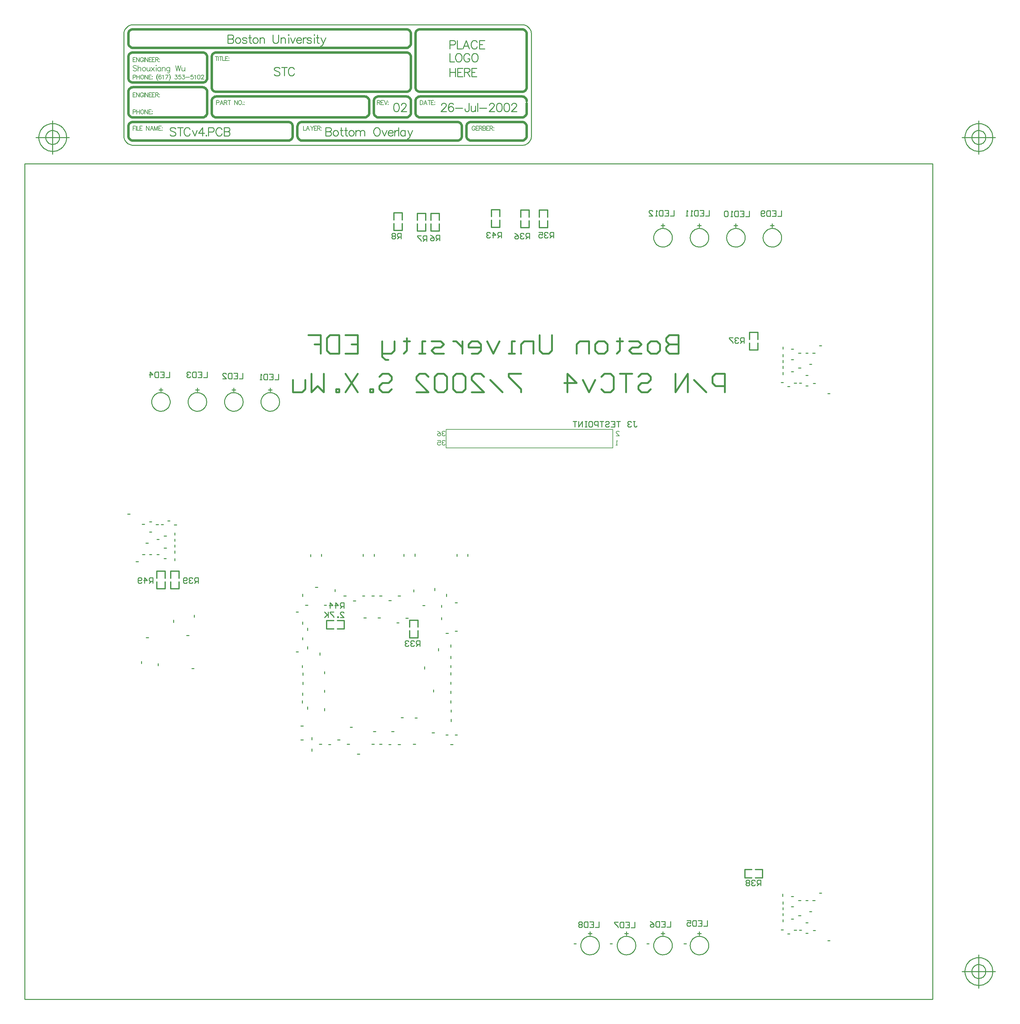
<source format=gbo>
%FSLAX24Y24*%
%MOIN*%
G70*
G01*
G75*
%ADD10R,0.1063X0.1004*%
%ADD11R,0.1004X0.1063*%
%ADD12R,0.1004X0.1063*%
%ADD13R,0.0315X0.0354*%
%ADD14C,0.0157*%
%ADD15C,0.0177*%
%ADD16C,0.0260*%
%ADD17C,0.0260*%
%ADD18R,0.0500X0.0600*%
%ADD19R,0.0165X0.0701*%
%ADD20R,0.0165X0.0701*%
%ADD21R,0.1063X0.0236*%
%ADD22R,0.0118X0.0591*%
%ADD23R,0.0600X0.0500*%
%ADD24R,0.1063X0.1004*%
%ADD25R,0.0354X0.0315*%
%ADD26R,0.1100X0.1150*%
%ADD27R,0.0600X0.1000*%
%ADD28R,0.0591X0.0118*%
%ADD29R,0.0118X0.0591*%
%ADD30R,0.0591X0.0118*%
%ADD31C,0.0230*%
%ADD32R,0.1063X0.0236*%
%ADD33R,0.0945X0.0236*%
%ADD34R,0.0945X0.0236*%
%ADD35R,0.0787X0.0591*%
%ADD36R,0.0787X0.1496*%
%ADD37R,0.0600X0.0600*%
%ADD38R,0.0256X0.0531*%
%ADD39R,0.1500X0.1100*%
%ADD40R,0.0413X0.0177*%
%ADD41C,0.0300*%
%ADD42C,0.0060*%
%ADD43C,0.0120*%
%ADD44C,0.0100*%
%ADD45C,0.0080*%
%ADD46C,0.0200*%
%ADD47C,0.0090*%
%ADD48R,0.3543X0.3277*%
%ADD49R,2.3300X1.6550*%
%ADD50R,0.1641X0.2598*%
%ADD51R,0.1260X0.0610*%
%ADD52R,0.1043X0.4154*%
%ADD53R,0.1595X0.4997*%
%ADD54R,0.1378X0.0433*%
%ADD55R,0.2343X0.0413*%
%ADD56R,0.2599X0.3378*%
%ADD57R,0.1457X0.1871*%
%ADD58R,0.0925X0.0729*%
%ADD59R,0.2599X0.0945*%
%ADD60R,0.4942X0.2658*%
%ADD61R,0.4548X0.2894*%
%ADD62R,0.3446X0.1871*%
%ADD63R,0.3288X0.1496*%
%ADD64R,0.0945X0.0532*%
%ADD65R,0.0610X0.1319*%
%ADD66R,0.0591X0.0650*%
%ADD67R,0.0413X0.0669*%
%ADD68R,0.0669X0.0158*%
%ADD69R,0.1713X0.3505*%
%ADD70C,0.0250*%
%ADD71C,0.0050*%
%ADD72C,0.0350*%
%ADD73C,0.0720*%
%ADD74P,0.0720X8X0*%
%ADD75C,0.0300*%
%ADD76C,0.0750*%
%ADD77C,0.0200*%
%ADD78C,0.2165*%
%ADD79C,0.2165*%
%ADD80C,0.0500*%
%ADD81R,0.0354X0.0315*%
%ADD82R,0.0315X0.0354*%
%ADD83R,2.3350X1.6650*%
%ADD84R,1.8350X3.4800*%
%ADD85C,0.0079*%
D43*
X100277Y114751D02*
X101177D01*
X100277Y112851D02*
X101177D01*
Y114001D02*
Y114751D01*
X100277Y114001D02*
Y114751D01*
Y112851D02*
Y113601D01*
X101177Y112851D02*
Y113601D01*
X103177Y112851D02*
Y113601D01*
X102277Y112851D02*
Y113601D01*
Y114001D02*
Y114751D01*
X103177Y114001D02*
Y114751D01*
X102277Y112851D02*
X103177D01*
X102277Y114751D02*
X103177D01*
X89127Y114401D02*
X90027D01*
X89127Y112501D02*
X90027D01*
Y113651D02*
Y114401D01*
X89127Y113651D02*
Y114401D01*
Y112501D02*
Y113251D01*
X90027Y112501D02*
Y113251D01*
X86577Y114451D02*
X87477D01*
X86577Y112551D02*
X87477D01*
Y113701D02*
Y114451D01*
X86577Y113701D02*
Y114451D01*
Y112551D02*
Y113301D01*
X87477Y112551D02*
Y113301D01*
X97127Y114801D02*
X98027D01*
X97127Y112901D02*
X98027D01*
Y114051D02*
Y114801D01*
X97127Y114051D02*
Y114801D01*
Y112901D02*
Y113651D01*
X98027Y112901D02*
Y113651D01*
X79333Y69542D02*
Y70442D01*
X81233Y69542D02*
Y70442D01*
X79333D02*
X80083D01*
X79333Y69542D02*
X80083D01*
X80483D02*
X81233D01*
X80483Y70442D02*
X81233D01*
X61002Y75020D02*
Y75770D01*
X61902Y75020D02*
Y75770D01*
Y73870D02*
Y74620D01*
X61002Y73870D02*
Y74620D01*
Y75770D02*
X61902D01*
X61002Y73870D02*
X61902D01*
X62498Y75020D02*
Y75770D01*
X63398Y75020D02*
Y75770D01*
Y73870D02*
Y74620D01*
X62498Y73870D02*
Y74620D01*
Y75770D02*
X63398D01*
X62498Y73870D02*
X63398D01*
X124977Y100801D02*
Y101551D01*
X125877Y100801D02*
Y101551D01*
Y99651D02*
Y100401D01*
X124977Y99651D02*
Y100401D01*
Y101551D02*
X125877D01*
X124977Y99651D02*
X125877D01*
X126377Y42701D02*
Y43601D01*
X124477Y42701D02*
Y43601D01*
X125627Y42701D02*
X126377D01*
X125627Y43601D02*
X126377D01*
X124477D02*
X125227D01*
X124477Y42701D02*
X125227D01*
X88277Y68601D02*
X89177D01*
X88277Y70501D02*
X89177D01*
X88277Y68601D02*
Y69351D01*
X89177Y68601D02*
Y69351D01*
Y69751D02*
Y70501D01*
X88277Y69751D02*
Y70501D01*
X91477Y112501D02*
Y113251D01*
X90577Y112501D02*
Y113251D01*
Y113651D02*
Y114401D01*
X91477Y113651D02*
Y114401D01*
X90577Y112501D02*
X91477D01*
X90577Y114401D02*
X91477D01*
D44*
X74223Y94061D02*
X74218Y94161D01*
X74203Y94259D01*
X74179Y94356D01*
X74145Y94450D01*
X74101Y94539D01*
X74049Y94625D01*
X73989Y94704D01*
X73921Y94777D01*
X73847Y94843D01*
X73766Y94901D01*
X73679Y94951D01*
X73589Y94992D01*
X73494Y95024D01*
X73397Y95046D01*
X73298Y95058D01*
X73198Y95061D01*
X73099Y95053D01*
X73001Y95036D01*
X72905Y95009D01*
X72812Y94973D01*
X72723Y94927D01*
X72639Y94873D01*
X72562Y94811D01*
X72490Y94741D01*
X72426Y94665D01*
X72370Y94583D01*
X72322Y94495D01*
X72284Y94403D01*
X72254Y94308D01*
X72234Y94210D01*
X72224Y94111D01*
Y94011D01*
X72234Y93912D01*
X72254Y93814D01*
X72284Y93719D01*
X72322Y93627D01*
X72370Y93540D01*
X72426Y93457D01*
X72490Y93381D01*
X72562Y93311D01*
X72639Y93249D01*
X72723Y93195D01*
X72812Y93150D01*
X72905Y93113D01*
X73001Y93086D01*
X73099Y93069D01*
X73198Y93062D01*
X73298Y93064D01*
X73397Y93076D01*
X73494Y93099D01*
X73589Y93130D01*
X73679Y93171D01*
X73766Y93221D01*
X73847Y93279D01*
X73921Y93345D01*
X73989Y93418D01*
X74049Y93498D01*
X74101Y93583D01*
X74145Y93673D01*
X74179Y93766D01*
X74203Y93863D01*
X74218Y93962D01*
X74223Y94061D01*
X70286D02*
X70281Y94161D01*
X70266Y94259D01*
X70242Y94356D01*
X70208Y94450D01*
X70164Y94539D01*
X70112Y94625D01*
X70052Y94704D01*
X69984Y94777D01*
X69910Y94843D01*
X69829Y94901D01*
X69742Y94951D01*
X69652Y94992D01*
X69557Y95024D01*
X69460Y95046D01*
X69361Y95058D01*
X69261Y95061D01*
X69162Y95053D01*
X69064Y95036D01*
X68968Y95009D01*
X68875Y94973D01*
X68786Y94927D01*
X68702Y94873D01*
X68625Y94811D01*
X68553Y94741D01*
X68489Y94665D01*
X68433Y94583D01*
X68385Y94495D01*
X68347Y94403D01*
X68317Y94308D01*
X68297Y94210D01*
X68287Y94111D01*
Y94011D01*
X68297Y93912D01*
X68317Y93814D01*
X68347Y93719D01*
X68385Y93627D01*
X68433Y93540D01*
X68489Y93457D01*
X68553Y93381D01*
X68625Y93311D01*
X68702Y93249D01*
X68786Y93195D01*
X68875Y93150D01*
X68968Y93113D01*
X69064Y93086D01*
X69162Y93069D01*
X69261Y93062D01*
X69361Y93064D01*
X69460Y93076D01*
X69557Y93099D01*
X69652Y93130D01*
X69742Y93171D01*
X69829Y93221D01*
X69910Y93279D01*
X69984Y93345D01*
X70052Y93418D01*
X70112Y93498D01*
X70164Y93583D01*
X70208Y93673D01*
X70242Y93766D01*
X70266Y93863D01*
X70281Y93962D01*
X70286Y94061D01*
X66349D02*
X66344Y94161D01*
X66329Y94259D01*
X66305Y94356D01*
X66271Y94450D01*
X66227Y94539D01*
X66175Y94625D01*
X66115Y94704D01*
X66047Y94777D01*
X65973Y94843D01*
X65892Y94901D01*
X65805Y94951D01*
X65715Y94992D01*
X65620Y95024D01*
X65523Y95046D01*
X65424Y95058D01*
X65324Y95061D01*
X65225Y95053D01*
X65127Y95036D01*
X65031Y95009D01*
X64938Y94973D01*
X64849Y94927D01*
X64765Y94873D01*
X64688Y94811D01*
X64616Y94741D01*
X64552Y94665D01*
X64496Y94583D01*
X64448Y94495D01*
X64409Y94403D01*
X64380Y94308D01*
X64360Y94210D01*
X64350Y94111D01*
Y94011D01*
X64360Y93912D01*
X64380Y93814D01*
X64409Y93719D01*
X64448Y93627D01*
X64496Y93540D01*
X64552Y93457D01*
X64616Y93381D01*
X64688Y93311D01*
X64765Y93249D01*
X64849Y93195D01*
X64938Y93150D01*
X65031Y93113D01*
X65127Y93086D01*
X65225Y93069D01*
X65324Y93062D01*
X65424Y93064D01*
X65523Y93076D01*
X65620Y93099D01*
X65715Y93130D01*
X65805Y93171D01*
X65892Y93221D01*
X65973Y93279D01*
X66047Y93345D01*
X66115Y93418D01*
X66175Y93498D01*
X66227Y93583D01*
X66271Y93673D01*
X66305Y93766D01*
X66329Y93863D01*
X66344Y93962D01*
X66349Y94061D01*
X62412D02*
X62407Y94161D01*
X62392Y94259D01*
X62368Y94356D01*
X62334Y94450D01*
X62290Y94539D01*
X62238Y94625D01*
X62178Y94704D01*
X62110Y94777D01*
X62036Y94843D01*
X61955Y94901D01*
X61868Y94951D01*
X61778Y94992D01*
X61683Y95024D01*
X61586Y95046D01*
X61487Y95058D01*
X61387Y95061D01*
X61288Y95053D01*
X61190Y95036D01*
X61094Y95009D01*
X61001Y94973D01*
X60912Y94927D01*
X60828Y94873D01*
X60750Y94811D01*
X60679Y94741D01*
X60615Y94665D01*
X60559Y94583D01*
X60511Y94495D01*
X60472Y94403D01*
X60443Y94308D01*
X60423Y94210D01*
X60413Y94111D01*
Y94011D01*
X60423Y93912D01*
X60443Y93814D01*
X60472Y93719D01*
X60511Y93627D01*
X60559Y93540D01*
X60615Y93457D01*
X60679Y93381D01*
X60750Y93311D01*
X60828Y93249D01*
X60912Y93195D01*
X61001Y93150D01*
X61094Y93113D01*
X61190Y93086D01*
X61288Y93069D01*
X61387Y93062D01*
X61487Y93064D01*
X61586Y93076D01*
X61683Y93099D01*
X61778Y93130D01*
X61868Y93171D01*
X61955Y93221D01*
X62036Y93279D01*
X62110Y93345D01*
X62178Y93418D01*
X62238Y93498D01*
X62290Y93583D01*
X62334Y93673D01*
X62368Y93766D01*
X62392Y93863D01*
X62407Y93962D01*
X62412Y94061D01*
X120562Y35400D02*
X120557Y35499D01*
X120542Y35598D01*
X120517Y35695D01*
X120483Y35788D01*
X120440Y35878D01*
X120388Y35963D01*
X120328Y36043D01*
X120260Y36116D01*
X120185Y36182D01*
X120104Y36240D01*
X120018Y36290D01*
X119927Y36331D01*
X119833Y36362D01*
X119735Y36385D01*
X119637Y36397D01*
X119537Y36399D01*
X119437Y36392D01*
X119339Y36375D01*
X119243Y36348D01*
X119150Y36311D01*
X119062Y36266D01*
X118978Y36212D01*
X118900Y36150D01*
X118829Y36080D01*
X118765Y36004D01*
X118708Y35921D01*
X118661Y35834D01*
X118622Y35742D01*
X118593Y35647D01*
X118573Y35549D01*
X118563Y35450D01*
Y35350D01*
X118573Y35251D01*
X118593Y35153D01*
X118622Y35058D01*
X118661Y34966D01*
X118708Y34878D01*
X118765Y34796D01*
X118829Y34720D01*
X118900Y34650D01*
X118978Y34588D01*
X119062Y34534D01*
X119150Y34488D01*
X119243Y34452D01*
X119339Y34425D01*
X119437Y34408D01*
X119537Y34400D01*
X119637Y34403D01*
X119735Y34415D01*
X119833Y34437D01*
X119927Y34469D01*
X120018Y34510D01*
X120104Y34560D01*
X120185Y34618D01*
X120260Y34684D01*
X120328Y34757D01*
X120388Y34836D01*
X120440Y34922D01*
X120483Y35011D01*
X120517Y35105D01*
X120542Y35202D01*
X120557Y35300D01*
X120562Y35400D01*
X116625D02*
X116620Y35499D01*
X116605Y35598D01*
X116580Y35695D01*
X116546Y35788D01*
X116503Y35878D01*
X116451Y35963D01*
X116391Y36043D01*
X116323Y36116D01*
X116248Y36182D01*
X116167Y36240D01*
X116081Y36290D01*
X115990Y36331D01*
X115896Y36362D01*
X115798Y36385D01*
X115700Y36397D01*
X115600Y36399D01*
X115500Y36392D01*
X115402Y36375D01*
X115306Y36348D01*
X115213Y36311D01*
X115125Y36266D01*
X115041Y36212D01*
X114963Y36150D01*
X114892Y36080D01*
X114828Y36004D01*
X114771Y35921D01*
X114724Y35834D01*
X114685Y35742D01*
X114656Y35647D01*
X114636Y35549D01*
X114626Y35450D01*
Y35350D01*
X114636Y35251D01*
X114656Y35153D01*
X114685Y35058D01*
X114724Y34966D01*
X114771Y34878D01*
X114828Y34796D01*
X114892Y34720D01*
X114963Y34650D01*
X115041Y34588D01*
X115125Y34534D01*
X115213Y34488D01*
X115306Y34452D01*
X115402Y34425D01*
X115500Y34408D01*
X115600Y34400D01*
X115700Y34403D01*
X115798Y34415D01*
X115896Y34437D01*
X115990Y34469D01*
X116081Y34510D01*
X116167Y34560D01*
X116248Y34618D01*
X116323Y34684D01*
X116391Y34757D01*
X116451Y34836D01*
X116503Y34922D01*
X116546Y35011D01*
X116580Y35105D01*
X116605Y35202D01*
X116620Y35300D01*
X116625Y35400D01*
X112688D02*
X112683Y35499D01*
X112668Y35598D01*
X112643Y35695D01*
X112609Y35788D01*
X112566Y35878D01*
X112514Y35963D01*
X112454Y36043D01*
X112386Y36116D01*
X112311Y36182D01*
X112230Y36240D01*
X112144Y36290D01*
X112053Y36331D01*
X111959Y36362D01*
X111861Y36385D01*
X111763Y36397D01*
X111663Y36399D01*
X111563Y36392D01*
X111465Y36375D01*
X111369Y36348D01*
X111276Y36311D01*
X111188Y36266D01*
X111104Y36212D01*
X111026Y36150D01*
X110955Y36080D01*
X110891Y36004D01*
X110834Y35921D01*
X110787Y35834D01*
X110748Y35742D01*
X110719Y35647D01*
X110699Y35549D01*
X110689Y35450D01*
Y35350D01*
X110699Y35251D01*
X110719Y35153D01*
X110748Y35058D01*
X110787Y34966D01*
X110834Y34878D01*
X110891Y34796D01*
X110955Y34720D01*
X111026Y34650D01*
X111104Y34588D01*
X111188Y34534D01*
X111276Y34488D01*
X111369Y34452D01*
X111465Y34425D01*
X111563Y34408D01*
X111663Y34400D01*
X111763Y34403D01*
X111861Y34415D01*
X111959Y34437D01*
X112053Y34469D01*
X112144Y34510D01*
X112230Y34560D01*
X112311Y34618D01*
X112386Y34684D01*
X112454Y34757D01*
X112514Y34836D01*
X112566Y34922D01*
X112609Y35011D01*
X112643Y35105D01*
X112668Y35202D01*
X112683Y35300D01*
X112688Y35400D01*
X108751D02*
X108746Y35499D01*
X108731Y35598D01*
X108706Y35695D01*
X108672Y35788D01*
X108629Y35878D01*
X108577Y35963D01*
X108517Y36043D01*
X108449Y36116D01*
X108374Y36182D01*
X108293Y36240D01*
X108207Y36290D01*
X108116Y36331D01*
X108022Y36362D01*
X107924Y36385D01*
X107825Y36397D01*
X107726Y36399D01*
X107626Y36392D01*
X107528Y36375D01*
X107432Y36348D01*
X107339Y36311D01*
X107251Y36266D01*
X107167Y36212D01*
X107089Y36150D01*
X107018Y36080D01*
X106954Y36004D01*
X106897Y35921D01*
X106850Y35834D01*
X106811Y35742D01*
X106782Y35647D01*
X106762Y35549D01*
X106752Y35450D01*
Y35350D01*
X106762Y35251D01*
X106782Y35153D01*
X106811Y35058D01*
X106850Y34966D01*
X106897Y34878D01*
X106954Y34796D01*
X107018Y34720D01*
X107089Y34650D01*
X107167Y34588D01*
X107251Y34534D01*
X107339Y34488D01*
X107432Y34452D01*
X107528Y34425D01*
X107626Y34408D01*
X107726Y34400D01*
X107825Y34403D01*
X107924Y34415D01*
X108022Y34437D01*
X108116Y34469D01*
X108207Y34510D01*
X108293Y34560D01*
X108374Y34618D01*
X108449Y34684D01*
X108517Y34757D01*
X108577Y34836D01*
X108629Y34922D01*
X108672Y35011D01*
X108706Y35105D01*
X108731Y35202D01*
X108746Y35300D01*
X108751Y35400D01*
X128436Y111778D02*
X128431Y111877D01*
X128416Y111976D01*
X128391Y112073D01*
X128357Y112166D01*
X128314Y112256D01*
X128262Y112341D01*
X128202Y112421D01*
X128134Y112494D01*
X128059Y112560D01*
X127978Y112618D01*
X127892Y112668D01*
X127801Y112709D01*
X127707Y112740D01*
X127609Y112763D01*
X127511Y112775D01*
X127411Y112777D01*
X127311Y112770D01*
X127213Y112753D01*
X127117Y112726D01*
X127025Y112689D01*
X126936Y112644D01*
X126852Y112590D01*
X126774Y112528D01*
X126703Y112458D01*
X126639Y112382D01*
X126583Y112299D01*
X126535Y112212D01*
X126496Y112120D01*
X126467Y112025D01*
X126447Y111927D01*
X126437Y111828D01*
Y111728D01*
X126447Y111629D01*
X126467Y111531D01*
X126496Y111436D01*
X126535Y111344D01*
X126583Y111256D01*
X126639Y111174D01*
X126703Y111098D01*
X126774Y111028D01*
X126852Y110966D01*
X126936Y110912D01*
X127025Y110866D01*
X127117Y110830D01*
X127213Y110803D01*
X127311Y110786D01*
X127411Y110778D01*
X127511Y110781D01*
X127609Y110793D01*
X127707Y110815D01*
X127801Y110847D01*
X127892Y110888D01*
X127978Y110938D01*
X128059Y110996D01*
X128134Y111062D01*
X128202Y111135D01*
X128262Y111214D01*
X128314Y111299D01*
X128357Y111389D01*
X128391Y111483D01*
X128416Y111580D01*
X128431Y111678D01*
X128436Y111778D01*
X124499D02*
X124494Y111877D01*
X124479Y111976D01*
X124454Y112073D01*
X124420Y112166D01*
X124377Y112256D01*
X124325Y112341D01*
X124265Y112421D01*
X124197Y112494D01*
X124122Y112560D01*
X124041Y112618D01*
X123955Y112668D01*
X123864Y112709D01*
X123770Y112740D01*
X123672Y112763D01*
X123574Y112775D01*
X123474Y112777D01*
X123374Y112770D01*
X123276Y112753D01*
X123180Y112726D01*
X123088Y112689D01*
X122999Y112644D01*
X122915Y112590D01*
X122837Y112528D01*
X122766Y112458D01*
X122702Y112382D01*
X122646Y112299D01*
X122598Y112212D01*
X122559Y112120D01*
X122530Y112025D01*
X122510Y111927D01*
X122500Y111828D01*
Y111728D01*
X122510Y111629D01*
X122530Y111531D01*
X122559Y111436D01*
X122598Y111344D01*
X122646Y111256D01*
X122702Y111174D01*
X122766Y111098D01*
X122837Y111028D01*
X122915Y110966D01*
X122999Y110912D01*
X123088Y110866D01*
X123180Y110830D01*
X123276Y110803D01*
X123374Y110786D01*
X123474Y110778D01*
X123574Y110781D01*
X123672Y110793D01*
X123770Y110815D01*
X123864Y110847D01*
X123955Y110888D01*
X124041Y110938D01*
X124122Y110996D01*
X124197Y111062D01*
X124265Y111135D01*
X124325Y111214D01*
X124377Y111299D01*
X124420Y111389D01*
X124454Y111483D01*
X124479Y111580D01*
X124494Y111678D01*
X124499Y111778D01*
X120562D02*
X120557Y111877D01*
X120542Y111976D01*
X120517Y112073D01*
X120483Y112166D01*
X120440Y112256D01*
X120388Y112341D01*
X120328Y112421D01*
X120260Y112494D01*
X120185Y112560D01*
X120104Y112618D01*
X120018Y112668D01*
X119927Y112709D01*
X119833Y112740D01*
X119735Y112763D01*
X119637Y112775D01*
X119537Y112777D01*
X119437Y112770D01*
X119339Y112753D01*
X119243Y112726D01*
X119150Y112689D01*
X119062Y112644D01*
X118978Y112590D01*
X118900Y112528D01*
X118829Y112458D01*
X118765Y112382D01*
X118708Y112299D01*
X118661Y112212D01*
X118622Y112120D01*
X118593Y112025D01*
X118573Y111927D01*
X118563Y111828D01*
Y111728D01*
X118573Y111629D01*
X118593Y111531D01*
X118622Y111436D01*
X118661Y111344D01*
X118708Y111256D01*
X118765Y111174D01*
X118829Y111098D01*
X118900Y111028D01*
X118978Y110966D01*
X119062Y110912D01*
X119150Y110866D01*
X119243Y110830D01*
X119339Y110803D01*
X119437Y110786D01*
X119537Y110778D01*
X119637Y110781D01*
X119735Y110793D01*
X119833Y110815D01*
X119927Y110847D01*
X120018Y110888D01*
X120104Y110938D01*
X120185Y110996D01*
X120260Y111062D01*
X120328Y111135D01*
X120388Y111214D01*
X120440Y111299D01*
X120483Y111389D01*
X120517Y111483D01*
X120542Y111580D01*
X120557Y111678D01*
X120562Y111778D01*
X116625D02*
X116620Y111877D01*
X116605Y111976D01*
X116580Y112073D01*
X116546Y112166D01*
X116503Y112256D01*
X116451Y112341D01*
X116391Y112421D01*
X116323Y112494D01*
X116248Y112560D01*
X116167Y112618D01*
X116081Y112668D01*
X115990Y112709D01*
X115896Y112740D01*
X115798Y112763D01*
X115700Y112775D01*
X115600Y112777D01*
X115500Y112770D01*
X115402Y112753D01*
X115306Y112726D01*
X115213Y112689D01*
X115125Y112644D01*
X115041Y112590D01*
X114963Y112528D01*
X114892Y112458D01*
X114828Y112382D01*
X114771Y112299D01*
X114724Y112212D01*
X114685Y112120D01*
X114656Y112025D01*
X114636Y111927D01*
X114626Y111828D01*
Y111728D01*
X114636Y111629D01*
X114656Y111531D01*
X114685Y111436D01*
X114724Y111344D01*
X114771Y111256D01*
X114828Y111174D01*
X114892Y111098D01*
X114963Y111028D01*
X115041Y110966D01*
X115125Y110912D01*
X115213Y110866D01*
X115306Y110830D01*
X115402Y110803D01*
X115500Y110786D01*
X115600Y110778D01*
X115700Y110781D01*
X115798Y110793D01*
X115896Y110815D01*
X115990Y110847D01*
X116081Y110888D01*
X116167Y110938D01*
X116248Y110996D01*
X116323Y111062D01*
X116391Y111135D01*
X116451Y111214D01*
X116503Y111299D01*
X116546Y111389D01*
X116580Y111483D01*
X116605Y111580D01*
X116620Y111678D01*
X116625Y111778D01*
X78753Y77371D02*
Y77621D01*
X77594Y77350D02*
Y77600D01*
X76523Y59088D02*
X76773D01*
X92173Y58124D02*
X92423D01*
X83177Y73104D02*
X83427D01*
X81169Y73105D02*
X81419D01*
X79043Y72120D02*
X79293D01*
X76681Y61553D02*
Y61803D01*
X91373Y67192D02*
Y67442D01*
X78577Y66720D02*
Y66970D01*
X76728Y68373D02*
Y68623D01*
X84870Y70743D02*
X85120D01*
X80232Y73570D02*
Y73820D01*
X82193Y72592D02*
X82443D01*
X80500Y57593D02*
X80750D01*
X78531Y57121D02*
X78781D01*
X81852Y58956D02*
X82102D01*
X87350Y59994D02*
X87600D01*
X86030Y72632D02*
X86280D01*
X88847Y59957D02*
X89097D01*
X83334Y70743D02*
X83584D01*
X90862Y62743D02*
Y62993D01*
X77239Y69397D02*
Y69647D01*
X79089Y64712D02*
Y64962D01*
X77239Y67389D02*
Y67639D01*
X87035Y57081D02*
X87285D01*
X76726Y62389D02*
Y62639D01*
X89877Y65224D02*
Y65474D01*
X86878Y70231D02*
X87128D01*
X79089Y60735D02*
Y60985D01*
Y62704D02*
Y62954D01*
X77239Y60893D02*
Y61143D01*
X86326Y58498D02*
X86576D01*
X81523Y57120D02*
X81773D01*
X77712Y56365D02*
Y56615D01*
X79515Y57080D02*
X79765D01*
X77711Y57586D02*
Y57836D01*
X76738Y63561D02*
Y63811D01*
X76523Y57593D02*
X76773D01*
X91726Y70539D02*
Y70788D01*
X128578Y96995D02*
Y97245D01*
X129082Y95704D02*
X129332D01*
X129476Y99757D02*
X129726D01*
X131051Y95782D02*
X131301D01*
X128578Y98924D02*
Y99174D01*
X130264Y97710D02*
X130514D01*
X128578Y97665D02*
Y97915D01*
X130264Y99324D02*
X130514D01*
X133413Y94956D02*
X133663D01*
X131445Y98104D02*
X131695D01*
X131799Y99324D02*
X132049D01*
X129476Y97318D02*
X129726D01*
X131051Y96924D02*
X131301D01*
X131051Y99324D02*
X131301D01*
X129476Y98617D02*
X129726D01*
X129791Y96097D02*
X130041D01*
X128374Y96137D02*
X128624D01*
X128577Y99751D02*
Y100001D01*
X128578Y98294D02*
Y98544D01*
X131838Y96058D02*
X132088D01*
X130342Y96097D02*
X130592D01*
X132508Y100112D02*
X132758D01*
X61750Y77163D02*
X62000D01*
X60185Y81135D02*
X60435D01*
X62908Y79003D02*
Y79253D01*
X62905Y77734D02*
Y77984D01*
X59791Y78814D02*
X60041D01*
X60972Y79207D02*
X61222D01*
X62908Y79672D02*
Y79922D01*
X62153Y81214D02*
X62403D01*
X59437Y77593D02*
X59687D01*
X60972D02*
X61222D01*
X58728Y76806D02*
X58978D01*
X62909Y76917D02*
Y77167D01*
X60893Y80820D02*
X61143D01*
X60185Y77593D02*
X60435D01*
X61760Y79600D02*
X62010D01*
X61445Y80820D02*
X61695D01*
X59397Y80860D02*
X59647D01*
X61760Y78301D02*
X62010D01*
X62908Y78373D02*
Y78623D01*
X62862Y80781D02*
X63112D01*
X60187Y80027D02*
X60437D01*
X57823Y81962D02*
X58073D01*
X59830Y68616D02*
X60080D01*
X61136Y65578D02*
Y65828D01*
X64752Y65270D02*
X65002D01*
X59326Y65814D02*
Y66064D01*
X65034Y70814D02*
Y71064D01*
X62791Y70263D02*
Y70513D01*
X64201Y68852D02*
X64451D01*
X106012Y35585D02*
X106262D01*
X109909D02*
X110159D01*
X117895Y35600D02*
X118145D01*
X113886Y35585D02*
X114136D01*
X130264Y40250D02*
X130514D01*
X128598Y37940D02*
Y38190D01*
X131799Y40269D02*
X132049D01*
X131051Y36727D02*
X131301D01*
X128598Y38609D02*
Y38859D01*
X130264Y38635D02*
X130514D01*
X128598Y39869D02*
Y40119D01*
X131444Y39049D02*
X131694D01*
X133413Y35920D02*
X133663D01*
X129082Y36649D02*
X129332D01*
X129476Y40702D02*
X129726D01*
X132508Y41037D02*
X132758D01*
X128598Y39239D02*
Y39489D01*
X128557Y40696D02*
Y40946D01*
X131838Y37003D02*
X132088D01*
X129476Y38263D02*
X129726D01*
X128374Y37101D02*
X128624D01*
X129791Y37042D02*
X130041D01*
X130342D02*
X130592D01*
X129476Y39581D02*
X129726D01*
X131049Y37856D02*
X131299D01*
X131051Y40250D02*
X131301D01*
X93177Y58105D02*
X93427D01*
X85027Y57120D02*
X85277D01*
X90980Y73688D02*
Y73938D01*
X85027Y73104D02*
X85277D01*
X91728Y71877D02*
Y72127D01*
X93177Y69324D02*
X93427D01*
X77035Y72121D02*
X77285D01*
X76728Y73058D02*
Y73308D01*
X93177Y72395D02*
X93427D01*
X92712Y62586D02*
Y62836D01*
X92751Y60578D02*
Y60828D01*
X92711Y67586D02*
Y67836D01*
Y64594D02*
Y64844D01*
X90697Y58341D02*
X90947D01*
X92712Y65381D02*
Y65631D01*
X88706Y73546D02*
Y73796D01*
X84200Y73105D02*
X84450D01*
X92193Y69088D02*
X92443D01*
X92711Y61562D02*
Y61812D01*
X92750Y59554D02*
Y59804D01*
X92711Y63570D02*
Y63820D01*
X84358Y58498D02*
X84608D01*
X87035Y73105D02*
X87285D01*
X92704Y57081D02*
X92954D01*
X84200Y57121D02*
X84450D01*
X92239Y73058D02*
Y73308D01*
X92711Y66365D02*
Y66615D01*
X89687Y72074D02*
X89937D01*
X82626Y56058D02*
X82876D01*
X76748Y64564D02*
Y64814D01*
X76688Y65381D02*
Y65631D01*
X76012Y71373D02*
X76262D01*
X88670Y57109D02*
X88920D01*
X86012Y57081D02*
X86262D01*
X78098Y74049D02*
X78348D01*
X76012Y67081D02*
X76262D01*
X76726Y70066D02*
Y70316D01*
X87862Y70703D02*
X88112D01*
X83251Y77374D02*
Y77624D01*
X84451Y77374D02*
Y77624D01*
X94562Y77374D02*
Y77624D01*
X88854Y77389D02*
Y77639D01*
X93401Y77374D02*
Y77624D01*
X87664Y77374D02*
Y77624D01*
X111007Y91940D02*
X110607D01*
X110807D01*
Y91341D01*
X110007Y91940D02*
X110407D01*
Y91341D01*
X110007D01*
X110407Y91640D02*
X110207D01*
X109408Y91840D02*
X109508Y91940D01*
X109708D01*
X109808Y91840D01*
Y91740D01*
X109708Y91640D01*
X109508D01*
X109408Y91541D01*
Y91441D01*
X109508Y91341D01*
X109708D01*
X109808Y91441D01*
X109208Y91940D02*
X108808D01*
X109008D01*
Y91341D01*
X108608D02*
Y91940D01*
X108308D01*
X108208Y91840D01*
Y91640D01*
X108308Y91541D01*
X108608D01*
X107708Y91940D02*
X107908D01*
X108008Y91840D01*
Y91441D01*
X107908Y91341D01*
X107708D01*
X107608Y91441D01*
Y91840D01*
X107708Y91940D01*
X107408D02*
X107208D01*
X107308D01*
Y91341D01*
X107408D01*
X107208D01*
X106908D02*
Y91940D01*
X106509Y91341D01*
Y91940D01*
X106309D02*
X105909D01*
X106109D01*
Y91341D01*
X112427Y91950D02*
X112627D01*
X112527D01*
Y91451D01*
X112627Y91351D01*
X112727D01*
X112827Y91451D01*
X112227Y91850D02*
X112127Y91950D01*
X111927D01*
X111827Y91850D01*
Y91750D01*
X111927Y91650D01*
X112027D01*
X111927D01*
X111827Y91551D01*
Y91451D01*
X111927Y91351D01*
X112127D01*
X112227Y91451D01*
X126177Y41851D02*
Y42450D01*
X125877D01*
X125777Y42350D01*
Y42150D01*
X125877Y42051D01*
X126177D01*
X125977D02*
X125777Y41851D01*
X125577Y42350D02*
X125477Y42450D01*
X125277D01*
X125177Y42350D01*
Y42250D01*
X125277Y42150D01*
X125377D01*
X125277D01*
X125177Y42051D01*
Y41951D01*
X125277Y41851D01*
X125477D01*
X125577Y41951D01*
X124978Y42350D02*
X124878Y42450D01*
X124678D01*
X124578Y42350D01*
Y42250D01*
X124678Y42150D01*
X124578Y42051D01*
Y41951D01*
X124678Y41851D01*
X124878D01*
X124978Y41951D01*
Y42051D01*
X124878Y42150D01*
X124978Y42250D01*
Y42350D01*
X124878Y42150D02*
X124678D01*
X124377Y100401D02*
Y101000D01*
X124077D01*
X123977Y100900D01*
Y100700D01*
X124077Y100601D01*
X124377D01*
X124177D02*
X123977Y100401D01*
X123777Y100900D02*
X123677Y101000D01*
X123477D01*
X123377Y100900D01*
Y100800D01*
X123477Y100700D01*
X123577D01*
X123477D01*
X123377Y100601D01*
Y100501D01*
X123477Y100401D01*
X123677D01*
X123777Y100501D01*
X123178Y101000D02*
X122778D01*
Y100900D01*
X123178Y100501D01*
Y100401D01*
X87348Y111651D02*
Y112250D01*
X87048D01*
X86948Y112150D01*
Y111950D01*
X87048Y111851D01*
X87348D01*
X87148D02*
X86948Y111651D01*
X86748Y112150D02*
X86648Y112250D01*
X86448D01*
X86348Y112150D01*
Y112050D01*
X86448Y111950D01*
X86348Y111851D01*
Y111751D01*
X86448Y111651D01*
X86648D01*
X86748Y111751D01*
Y111851D01*
X86648Y111950D01*
X86748Y112050D01*
Y112150D01*
X86648Y111950D02*
X86448D01*
X90113Y111392D02*
Y111992D01*
X89813D01*
X89713Y111892D01*
Y111692D01*
X89813Y111592D01*
X90113D01*
X89913D02*
X89713Y111392D01*
X89513Y111992D02*
X89113D01*
Y111892D01*
X89513Y111492D01*
Y111392D01*
X91530Y111451D02*
Y112051D01*
X91230D01*
X91130Y111951D01*
Y111751D01*
X91230Y111651D01*
X91530D01*
X91330D02*
X91130Y111451D01*
X90531Y112051D02*
X90731Y111951D01*
X90930Y111751D01*
Y111551D01*
X90831Y111451D01*
X90631D01*
X90531Y111551D01*
Y111651D01*
X90631Y111751D01*
X90930D01*
X89377Y67701D02*
Y68300D01*
X89077D01*
X88977Y68200D01*
Y68000D01*
X89077Y67901D01*
X89377D01*
X89177D02*
X88977Y67701D01*
X88777Y68200D02*
X88677Y68300D01*
X88477D01*
X88377Y68200D01*
Y68100D01*
X88477Y68000D01*
X88577D01*
X88477D01*
X88377Y67901D01*
Y67801D01*
X88477Y67701D01*
X88677D01*
X88777Y67801D01*
X88178Y68200D02*
X88078Y68300D01*
X87878D01*
X87778Y68200D01*
Y68100D01*
X87878Y68000D01*
X87978D01*
X87878D01*
X87778Y67901D01*
Y67801D01*
X87878Y67701D01*
X88078D01*
X88178Y67801D01*
X60546Y74482D02*
Y75082D01*
X60246D01*
X60146Y74982D01*
Y74782D01*
X60246Y74682D01*
X60546D01*
X60346D02*
X60146Y74482D01*
X59646D02*
Y75082D01*
X59946Y74782D01*
X59546D01*
X59346Y74582D02*
X59246Y74482D01*
X59047D01*
X58947Y74582D01*
Y74982D01*
X59047Y75082D01*
X59246D01*
X59346Y74982D01*
Y74882D01*
X59246Y74782D01*
X58947D01*
X65467Y74482D02*
Y75082D01*
X65167D01*
X65067Y74982D01*
Y74782D01*
X65167Y74682D01*
X65467D01*
X65267D02*
X65067Y74482D01*
X64867Y74982D02*
X64768Y75082D01*
X64568D01*
X64468Y74982D01*
Y74882D01*
X64568Y74782D01*
X64668D01*
X64568D01*
X64468Y74682D01*
Y74582D01*
X64568Y74482D01*
X64768D01*
X64867Y74582D01*
X64268D02*
X64168Y74482D01*
X63968D01*
X63868Y74582D01*
Y74982D01*
X63968Y75082D01*
X64168D01*
X64268Y74982D01*
Y74882D01*
X64168Y74782D01*
X63868D01*
X74129Y97051D02*
Y96451D01*
X73729D01*
X73129Y97051D02*
X73529D01*
Y96451D01*
X73129D01*
X73529Y96751D02*
X73329D01*
X72929Y97051D02*
Y96451D01*
X72629D01*
X72529Y96551D01*
Y96951D01*
X72629Y97051D01*
X72929D01*
X72329Y96451D02*
X72129D01*
X72229D01*
Y97051D01*
X72329Y96951D01*
X70270Y97169D02*
Y96569D01*
X69871D01*
X69271Y97169D02*
X69671D01*
Y96569D01*
X69271D01*
X69671Y96869D02*
X69471D01*
X69071Y97169D02*
Y96569D01*
X68771D01*
X68671Y96669D01*
Y97069D01*
X68771Y97169D01*
X69071D01*
X68071Y96569D02*
X68471D01*
X68071Y96969D01*
Y97069D01*
X68171Y97169D01*
X68371D01*
X68471Y97069D01*
X66412Y97287D02*
Y96687D01*
X66012D01*
X65413Y97287D02*
X65812D01*
Y96687D01*
X65413D01*
X65812Y96987D02*
X65612D01*
X65213Y97287D02*
Y96687D01*
X64913D01*
X64813Y96787D01*
Y97187D01*
X64913Y97287D01*
X65213D01*
X64613Y97187D02*
X64513Y97287D01*
X64313D01*
X64213Y97187D01*
Y97087D01*
X64313Y96987D01*
X64413D01*
X64313D01*
X64213Y96887D01*
Y96787D01*
X64313Y96687D01*
X64513D01*
X64613Y96787D01*
X62357Y97287D02*
Y96687D01*
X61957D01*
X61357Y97287D02*
X61757D01*
Y96687D01*
X61357D01*
X61757Y96987D02*
X61557D01*
X61157Y97287D02*
Y96687D01*
X60858D01*
X60758Y96787D01*
Y97187D01*
X60858Y97287D01*
X61157D01*
X60258Y96687D02*
Y97287D01*
X60558Y96987D01*
X60158D01*
X120428Y38074D02*
Y37475D01*
X120028D01*
X119428Y38074D02*
X119828D01*
Y37475D01*
X119428D01*
X119828Y37775D02*
X119628D01*
X119228Y38074D02*
Y37475D01*
X118928D01*
X118828Y37575D01*
Y37974D01*
X118928Y38074D01*
X119228D01*
X118229D02*
X118629D01*
Y37775D01*
X118429Y37874D01*
X118329D01*
X118229Y37775D01*
Y37575D01*
X118329Y37475D01*
X118529D01*
X118629Y37575D01*
X116452Y37996D02*
Y37396D01*
X116052D01*
X115452Y37996D02*
X115852D01*
Y37396D01*
X115452D01*
X115852Y37696D02*
X115652D01*
X115252Y37996D02*
Y37396D01*
X114952D01*
X114852Y37496D01*
Y37896D01*
X114952Y37996D01*
X115252D01*
X114252D02*
X114452Y37896D01*
X114652Y37696D01*
Y37496D01*
X114552Y37396D01*
X114352D01*
X114252Y37496D01*
Y37596D01*
X114352Y37696D01*
X114652D01*
X112593Y37917D02*
Y37317D01*
X112193D01*
X111594Y37917D02*
X111993D01*
Y37317D01*
X111594D01*
X111993Y37617D02*
X111794D01*
X111394Y37917D02*
Y37317D01*
X111094D01*
X110994Y37417D01*
Y37817D01*
X111094Y37917D01*
X111394D01*
X110794D02*
X110394D01*
Y37817D01*
X110794Y37417D01*
Y37317D01*
X108735Y37956D02*
Y37357D01*
X108335D01*
X107735Y37956D02*
X108135D01*
Y37357D01*
X107735D01*
X108135Y37656D02*
X107935D01*
X107535Y37956D02*
Y37357D01*
X107235D01*
X107136Y37456D01*
Y37856D01*
X107235Y37956D01*
X107535D01*
X106936Y37856D02*
X106836Y37956D01*
X106636D01*
X106536Y37856D01*
Y37756D01*
X106636Y37656D01*
X106536Y37556D01*
Y37456D01*
X106636Y37357D01*
X106836D01*
X106936Y37456D01*
Y37556D01*
X106836Y37656D01*
X106936Y37756D01*
Y37856D01*
X106836Y37656D02*
X106636D01*
X128420Y114689D02*
Y114089D01*
X128020D01*
X127420Y114689D02*
X127820D01*
Y114089D01*
X127420D01*
X127820Y114389D02*
X127620D01*
X127220Y114689D02*
Y114089D01*
X126921D01*
X126821Y114189D01*
Y114589D01*
X126921Y114689D01*
X127220D01*
X126621Y114189D02*
X126521Y114089D01*
X126321D01*
X126221Y114189D01*
Y114589D01*
X126321Y114689D01*
X126521D01*
X126621Y114589D01*
Y114489D01*
X126521Y114389D01*
X126221D01*
X124939Y114649D02*
Y114049D01*
X124539D01*
X123939Y114649D02*
X124339D01*
Y114049D01*
X123939D01*
X124339Y114349D02*
X124139D01*
X123739Y114649D02*
Y114049D01*
X123439D01*
X123339Y114149D01*
Y114549D01*
X123439Y114649D01*
X123739D01*
X123139Y114049D02*
X122939D01*
X123039D01*
Y114649D01*
X123139Y114549D01*
X122639D02*
X122539Y114649D01*
X122339D01*
X122239Y114549D01*
Y114149D01*
X122339Y114049D01*
X122539D01*
X122639Y114149D01*
Y114549D01*
X120625Y114728D02*
Y114128D01*
X120225D01*
X119625Y114728D02*
X120025D01*
Y114128D01*
X119625D01*
X120025Y114428D02*
X119825D01*
X119425Y114728D02*
Y114128D01*
X119125D01*
X119025Y114228D01*
Y114628D01*
X119125Y114728D01*
X119425D01*
X118825Y114128D02*
X118625D01*
X118725D01*
Y114728D01*
X118825Y114628D01*
X118326Y114128D02*
X118126D01*
X118226D01*
Y114728D01*
X118326Y114628D01*
X116806Y114728D02*
Y114128D01*
X116406D01*
X115806Y114728D02*
X116206D01*
Y114128D01*
X115806D01*
X116206Y114428D02*
X116006D01*
X115606Y114728D02*
Y114128D01*
X115306D01*
X115206Y114228D01*
Y114628D01*
X115306Y114728D01*
X115606D01*
X115006Y114128D02*
X114807D01*
X114907D01*
Y114728D01*
X115006Y114628D01*
X114107Y114128D02*
X114507D01*
X114107Y114528D01*
Y114628D01*
X114207Y114728D01*
X114407D01*
X114507Y114628D01*
X80794Y70802D02*
X81193D01*
X80794Y71202D01*
Y71302D01*
X80894Y71402D01*
X81093D01*
X81193Y71302D01*
X80594Y70802D02*
Y70902D01*
X80494D01*
Y70802D01*
X80594D01*
X80094Y71402D02*
X79694D01*
Y71302D01*
X80094Y70902D01*
Y70802D01*
X79494Y71402D02*
Y70802D01*
Y71002D01*
X79094Y71402D01*
X79394Y71102D01*
X79094Y70802D01*
X81193Y71802D02*
Y72402D01*
X80894D01*
X80794Y72302D01*
Y72102D01*
X80894Y72002D01*
X81193D01*
X80994D02*
X80794Y71802D01*
X80294D02*
Y72402D01*
X80594Y72102D01*
X80194D01*
X79694Y71802D02*
Y72402D01*
X79994Y72102D01*
X79594D01*
X98177Y111751D02*
Y112350D01*
X97877D01*
X97777Y112250D01*
Y112050D01*
X97877Y111951D01*
X98177D01*
X97977D02*
X97777Y111751D01*
X97277D02*
Y112350D01*
X97577Y112050D01*
X97177D01*
X96978Y112250D02*
X96878Y112350D01*
X96678D01*
X96578Y112250D01*
Y112150D01*
X96678Y112050D01*
X96778D01*
X96678D01*
X96578Y111951D01*
Y111851D01*
X96678Y111751D01*
X96878D01*
X96978Y111851D01*
X101227Y111651D02*
Y112250D01*
X100927D01*
X100827Y112150D01*
Y111950D01*
X100927Y111851D01*
X101227D01*
X101027D02*
X100827Y111651D01*
X100627Y112150D02*
X100527Y112250D01*
X100327D01*
X100227Y112150D01*
Y112050D01*
X100327Y111950D01*
X100427D01*
X100327D01*
X100227Y111851D01*
Y111751D01*
X100327Y111651D01*
X100527D01*
X100627Y111751D01*
X99628Y112250D02*
X99828Y112150D01*
X100028Y111950D01*
Y111751D01*
X99928Y111651D01*
X99728D01*
X99628Y111751D01*
Y111851D01*
X99728Y111950D01*
X100028D01*
X103827Y111751D02*
Y112350D01*
X103527D01*
X103427Y112250D01*
Y112050D01*
X103527Y111951D01*
X103827D01*
X103627D02*
X103427Y111751D01*
X103227Y112250D02*
X103127Y112350D01*
X102927D01*
X102827Y112250D01*
Y112150D01*
X102927Y112050D01*
X103027D01*
X102927D01*
X102827Y111951D01*
Y111851D01*
X102927Y111751D01*
X103127D01*
X103227Y111851D01*
X102228Y112350D02*
X102628D01*
Y112050D01*
X102428Y112150D01*
X102328D01*
X102228Y112050D01*
Y111851D01*
X102328Y111751D01*
X102528D01*
X102628Y111851D01*
X73023Y95361D02*
X73423D01*
X73223Y95161D02*
Y95561D01*
X69086Y95361D02*
X69486D01*
X69286Y95161D02*
Y95561D01*
X65149Y95361D02*
X65549D01*
X65349Y95161D02*
Y95561D01*
X61212Y95361D02*
X61612D01*
X61412Y95161D02*
Y95561D01*
X119362Y36700D02*
X119762D01*
X119562Y36500D02*
Y36900D01*
X115425Y36700D02*
X115825D01*
X115625Y36500D02*
Y36900D01*
X111488Y36700D02*
X111888D01*
X111688Y36500D02*
Y36900D01*
X107551Y36700D02*
X107951D01*
X107751Y36500D02*
Y36900D01*
X127236Y113078D02*
X127636D01*
X127436Y112878D02*
Y113278D01*
X123299Y113078D02*
X123699D01*
X123499Y112878D02*
Y113278D01*
X119362Y113078D02*
X119762D01*
X119562Y112878D02*
Y113278D01*
X115425Y113078D02*
X115825D01*
X115625Y112878D02*
Y113278D01*
X50477Y122601D02*
X50470Y122701D01*
X50450Y122799D01*
X50418Y122893D01*
X50372Y122983D01*
X50316Y123065D01*
X50249Y123140D01*
X50172Y123204D01*
X50088Y123258D01*
X49997Y123300D01*
X49901Y123330D01*
X49802Y123347D01*
X49702Y123350D01*
X49602Y123340D01*
X49505Y123317D01*
X49411Y123281D01*
X49324Y123233D01*
X49243Y123173D01*
X49171Y123104D01*
X49109Y123025D01*
X49058Y122939D01*
X49019Y122847D01*
X48992Y122750D01*
X48979Y122651D01*
Y122550D01*
X48992Y122451D01*
X49019Y122355D01*
X49058Y122262D01*
X49109Y122176D01*
X49171Y122098D01*
X49243Y122028D01*
X49324Y121968D01*
X49411Y121920D01*
X49505Y121884D01*
X49602Y121861D01*
X49702Y121851D01*
X49802Y121854D01*
X49901Y121871D01*
X49997Y121901D01*
X50088Y121943D01*
X50172Y121997D01*
X50249Y122061D01*
X50316Y122136D01*
X50372Y122218D01*
X50418Y122308D01*
X50450Y122402D01*
X50470Y122501D01*
X50477Y122601D01*
X51227D02*
X51224Y122701D01*
X51214Y122801D01*
X51197Y122899D01*
X51174Y122997D01*
X51144Y123093D01*
X51108Y123186D01*
X51066Y123277D01*
X51018Y123365D01*
X50964Y123450D01*
X50904Y123530D01*
X50840Y123607D01*
X50770Y123679D01*
X50696Y123746D01*
X50617Y123808D01*
X50534Y123865D01*
X50448Y123916D01*
X50359Y123961D01*
X50266Y124000D01*
X50172Y124033D01*
X50075Y124060D01*
X49977Y124080D01*
X49877Y124093D01*
X49777Y124100D01*
X49677D01*
X49577Y124093D01*
X49478Y124080D01*
X49379Y124060D01*
X49283Y124033D01*
X49188Y124000D01*
X49096Y123961D01*
X49006Y123916D01*
X48920Y123865D01*
X48837Y123808D01*
X48759Y123746D01*
X48684Y123679D01*
X48615Y123607D01*
X48550Y123530D01*
X48490Y123450D01*
X48437Y123365D01*
X48388Y123277D01*
X48346Y123186D01*
X48310Y123093D01*
X48280Y122997D01*
X48257Y122899D01*
X48241Y122801D01*
X48230Y122701D01*
X48227Y122601D01*
X48230Y122500D01*
X48241Y122401D01*
X48257Y122302D01*
X48280Y122204D01*
X48310Y122109D01*
X48346Y122015D01*
X48388Y121924D01*
X48437Y121836D01*
X48490Y121752D01*
X48550Y121671D01*
X48615Y121594D01*
X48684Y121522D01*
X48759Y121455D01*
X48837Y121393D01*
X48920Y121336D01*
X49006Y121285D01*
X49096Y121240D01*
X49188Y121201D01*
X49283Y121168D01*
X49379Y121141D01*
X49478Y121121D01*
X49577Y121108D01*
X49677Y121101D01*
X49777D01*
X49877Y121108D01*
X49977Y121121D01*
X50075Y121141D01*
X50172Y121168D01*
X50266Y121201D01*
X50359Y121240D01*
X50448Y121285D01*
X50534Y121336D01*
X50617Y121393D01*
X50696Y121455D01*
X50770Y121522D01*
X50840Y121594D01*
X50904Y121671D01*
X50964Y121752D01*
X51018Y121836D01*
X51066Y121924D01*
X51108Y122015D01*
X51144Y122109D01*
X51174Y122204D01*
X51197Y122302D01*
X51214Y122401D01*
X51224Y122500D01*
X51227Y122601D01*
X150477Y122601D02*
X150470Y122701D01*
X150450Y122799D01*
X150418Y122893D01*
X150372Y122983D01*
X150316Y123065D01*
X150249Y123140D01*
X150172Y123204D01*
X150088Y123258D01*
X149997Y123300D01*
X149901Y123330D01*
X149802Y123347D01*
X149702Y123350D01*
X149602Y123340D01*
X149505Y123317D01*
X149411Y123281D01*
X149324Y123233D01*
X149243Y123173D01*
X149171Y123104D01*
X149109Y123025D01*
X149058Y122939D01*
X149019Y122847D01*
X148992Y122750D01*
X148979Y122651D01*
Y122550D01*
X148992Y122451D01*
X149019Y122355D01*
X149058Y122262D01*
X149109Y122176D01*
X149171Y122098D01*
X149243Y122028D01*
X149324Y121968D01*
X149411Y121920D01*
X149505Y121884D01*
X149602Y121861D01*
X149702Y121851D01*
X149802Y121854D01*
X149901Y121871D01*
X149997Y121901D01*
X150088Y121943D01*
X150172Y121997D01*
X150249Y122061D01*
X150316Y122136D01*
X150372Y122218D01*
X150418Y122308D01*
X150450Y122402D01*
X150470Y122501D01*
X150477Y122601D01*
X151227D02*
X151224Y122701D01*
X151214Y122801D01*
X151197Y122899D01*
X151174Y122997D01*
X151144Y123093D01*
X151108Y123186D01*
X151066Y123277D01*
X151018Y123365D01*
X150964Y123450D01*
X150904Y123530D01*
X150840Y123607D01*
X150770Y123679D01*
X150696Y123746D01*
X150617Y123808D01*
X150534Y123865D01*
X150448Y123916D01*
X150359Y123961D01*
X150266Y124000D01*
X150172Y124033D01*
X150075Y124060D01*
X149977Y124080D01*
X149877Y124093D01*
X149777Y124100D01*
X149677D01*
X149577Y124093D01*
X149478Y124080D01*
X149379Y124060D01*
X149283Y124033D01*
X149188Y124000D01*
X149096Y123961D01*
X149006Y123916D01*
X148920Y123865D01*
X148837Y123808D01*
X148759Y123746D01*
X148684Y123679D01*
X148615Y123607D01*
X148550Y123530D01*
X148490Y123450D01*
X148437Y123365D01*
X148388Y123277D01*
X148346Y123186D01*
X148310Y123093D01*
X148280Y122997D01*
X148257Y122899D01*
X148241Y122801D01*
X148230Y122701D01*
X148227Y122601D01*
X148230Y122500D01*
X148241Y122401D01*
X148257Y122302D01*
X148280Y122204D01*
X148310Y122109D01*
X148346Y122015D01*
X148388Y121924D01*
X148437Y121836D01*
X148490Y121752D01*
X148550Y121671D01*
X148615Y121594D01*
X148684Y121522D01*
X148759Y121455D01*
X148837Y121393D01*
X148920Y121336D01*
X149006Y121285D01*
X149096Y121240D01*
X149188Y121201D01*
X149283Y121168D01*
X149379Y121141D01*
X149478Y121121D01*
X149577Y121108D01*
X149677Y121101D01*
X149777D01*
X149877Y121108D01*
X149977Y121121D01*
X150075Y121141D01*
X150172Y121168D01*
X150266Y121201D01*
X150359Y121240D01*
X150448Y121285D01*
X150534Y121336D01*
X150617Y121393D01*
X150696Y121455D01*
X150770Y121522D01*
X150840Y121594D01*
X150904Y121671D01*
X150964Y121752D01*
X151018Y121836D01*
X151066Y121924D01*
X151108Y122015D01*
X151144Y122109D01*
X151174Y122204D01*
X151197Y122302D01*
X151214Y122401D01*
X151224Y122500D01*
X151227Y122601D01*
X150477Y32601D02*
X150470Y32701D01*
X150450Y32799D01*
X150418Y32893D01*
X150372Y32983D01*
X150316Y33065D01*
X150249Y33140D01*
X150172Y33204D01*
X150088Y33258D01*
X149997Y33300D01*
X149901Y33330D01*
X149802Y33347D01*
X149702Y33350D01*
X149602Y33340D01*
X149505Y33317D01*
X149411Y33281D01*
X149324Y33233D01*
X149243Y33173D01*
X149171Y33104D01*
X149109Y33025D01*
X149058Y32939D01*
X149019Y32847D01*
X148992Y32750D01*
X148979Y32651D01*
Y32550D01*
X148992Y32451D01*
X149019Y32355D01*
X149058Y32262D01*
X149109Y32176D01*
X149171Y32097D01*
X149243Y32028D01*
X149324Y31968D01*
X149411Y31920D01*
X149505Y31884D01*
X149602Y31861D01*
X149702Y31851D01*
X149802Y31854D01*
X149901Y31871D01*
X149997Y31901D01*
X150088Y31943D01*
X150172Y31997D01*
X150249Y32061D01*
X150316Y32136D01*
X150372Y32218D01*
X150418Y32308D01*
X150450Y32402D01*
X150470Y32501D01*
X150477Y32601D01*
X151227D02*
X151224Y32701D01*
X151214Y32801D01*
X151197Y32899D01*
X151174Y32997D01*
X151144Y33093D01*
X151108Y33186D01*
X151066Y33277D01*
X151018Y33365D01*
X150964Y33450D01*
X150904Y33530D01*
X150840Y33607D01*
X150770Y33679D01*
X150696Y33746D01*
X150617Y33808D01*
X150534Y33865D01*
X150448Y33916D01*
X150359Y33961D01*
X150266Y34000D01*
X150172Y34033D01*
X150075Y34060D01*
X149977Y34080D01*
X149877Y34093D01*
X149777Y34100D01*
X149677D01*
X149577Y34093D01*
X149478Y34080D01*
X149379Y34060D01*
X149283Y34033D01*
X149188Y34000D01*
X149096Y33961D01*
X149006Y33916D01*
X148920Y33865D01*
X148837Y33808D01*
X148759Y33746D01*
X148684Y33679D01*
X148615Y33607D01*
X148550Y33530D01*
X148490Y33450D01*
X148437Y33365D01*
X148388Y33277D01*
X148346Y33186D01*
X148310Y33093D01*
X148280Y32997D01*
X148257Y32899D01*
X148241Y32801D01*
X148230Y32701D01*
X148227Y32601D01*
X148230Y32500D01*
X148241Y32401D01*
X148257Y32302D01*
X148280Y32204D01*
X148310Y32109D01*
X148346Y32015D01*
X148388Y31924D01*
X148437Y31836D01*
X148490Y31752D01*
X148550Y31671D01*
X148615Y31594D01*
X148684Y31522D01*
X148759Y31455D01*
X148837Y31393D01*
X148920Y31336D01*
X149006Y31285D01*
X149096Y31240D01*
X149188Y31201D01*
X149283Y31168D01*
X149379Y31141D01*
X149478Y31121D01*
X149577Y31108D01*
X149677Y31101D01*
X149777D01*
X149877Y31108D01*
X149977Y31121D01*
X150075Y31141D01*
X150172Y31168D01*
X150266Y31201D01*
X150359Y31240D01*
X150448Y31285D01*
X150534Y31336D01*
X150617Y31393D01*
X150696Y31455D01*
X150770Y31522D01*
X150840Y31594D01*
X150904Y31671D01*
X150964Y31752D01*
X151018Y31836D01*
X151066Y31924D01*
X151108Y32015D01*
X151144Y32109D01*
X151174Y32204D01*
X151197Y32302D01*
X151214Y32401D01*
X151224Y32500D01*
X151227Y32601D01*
X47927Y122601D02*
X51527D01*
X49727Y120801D02*
Y124401D01*
X147927Y122601D02*
X151527D01*
X149727Y120801D02*
Y124401D01*
X147927Y32601D02*
X151527D01*
X149727Y30801D02*
Y34401D01*
X46727Y29601D02*
X144759D01*
Y119758D01*
X46727D02*
X144759D01*
X46727Y29601D02*
Y119758D01*
X57418Y122768D02*
X57423Y122670D01*
X57437Y122573D01*
X57461Y122478D01*
X57493Y122386D01*
X57535Y122297D01*
X57585Y122212D01*
X57642Y122133D01*
X57708Y122060D01*
X57780Y121994D01*
X57858Y121934D01*
X57941Y121883D01*
X58029Y121840D01*
X58121Y121806D01*
X58216Y121781D01*
X58313Y121765D01*
X58410Y121758D01*
X100418Y121758D02*
X100516Y121763D01*
X100613Y121777D01*
X100708Y121801D01*
X100801Y121834D01*
X100889Y121876D01*
X100974Y121927D01*
X101052Y121985D01*
X101125Y122051D01*
X101191Y122124D01*
X101250Y122203D01*
X101300Y122287D01*
X101342Y122375D01*
X101375Y122468D01*
X101399Y122563D01*
X101413Y122660D01*
X101418Y122758D01*
Y133758D02*
X101413Y133856D01*
X101399Y133953D01*
X101375Y134048D01*
X101342Y134141D01*
X101300Y134229D01*
X101250Y134314D01*
X101191Y134392D01*
X101125Y134465D01*
X101052Y134531D01*
X100974Y134590D01*
X100889Y134640D01*
X100801Y134682D01*
X100708Y134715D01*
X100613Y134739D01*
X100516Y134753D01*
X100418Y134758D01*
X58418D02*
X58320Y134753D01*
X58223Y134739D01*
X58128Y134715D01*
X58035Y134682D01*
X57947Y134640D01*
X57863Y134590D01*
X57784Y134531D01*
X57711Y134465D01*
X57645Y134392D01*
X57587Y134314D01*
X57536Y134229D01*
X57494Y134141D01*
X57461Y134048D01*
X57437Y133953D01*
X57423Y133856D01*
X57418Y133758D01*
X58418Y121758D02*
X100418D01*
X58418Y134758D02*
X100418D01*
X101418Y122758D02*
Y133758D01*
X57418Y122758D02*
Y133758D01*
D45*
X92227Y89101D02*
Y91101D01*
X110227Y89101D02*
Y91101D01*
X92227D02*
X110227D01*
X92227Y89101D02*
X110227D01*
X110594Y90401D02*
X110927D01*
X110594Y90734D01*
Y90817D01*
X110677Y90900D01*
X110844D01*
X110927Y90817D01*
X110727Y89401D02*
X110561D01*
X110644D01*
Y89900D01*
X110727Y89817D01*
X92127D02*
X92044Y89900D01*
X91877D01*
X91794Y89817D01*
Y89734D01*
X91877Y89651D01*
X91961D01*
X91877D01*
X91794Y89567D01*
Y89484D01*
X91877Y89401D01*
X92044D01*
X92127Y89484D01*
X91294Y89900D02*
X91627D01*
Y89651D01*
X91461Y89734D01*
X91377D01*
X91294Y89651D01*
Y89484D01*
X91377Y89401D01*
X91544D01*
X91627Y89484D01*
X92127Y90817D02*
X92044Y90900D01*
X91877D01*
X91794Y90817D01*
Y90734D01*
X91877Y90651D01*
X91961D01*
X91877D01*
X91794Y90567D01*
Y90484D01*
X91877Y90401D01*
X92044D01*
X92127Y90484D01*
X91294Y90900D02*
X91461Y90817D01*
X91627Y90651D01*
Y90484D01*
X91544Y90401D01*
X91377D01*
X91294Y90484D01*
Y90567D01*
X91377Y90651D01*
X91627D01*
X58818Y130272D02*
X58761Y130329D01*
X58675Y130358D01*
X58561D01*
X58475Y130329D01*
X58418Y130272D01*
Y130215D01*
X58447Y130158D01*
X58475Y130129D01*
X58532Y130101D01*
X58704Y130044D01*
X58761Y130015D01*
X58789Y129987D01*
X58818Y129929D01*
Y129844D01*
X58761Y129787D01*
X58675Y129758D01*
X58561D01*
X58475Y129787D01*
X58418Y129844D01*
X58952Y130358D02*
Y129758D01*
Y130044D02*
X59038Y130129D01*
X59095Y130158D01*
X59181D01*
X59238Y130129D01*
X59266Y130044D01*
Y129758D01*
X59566Y130158D02*
X59509Y130129D01*
X59452Y130072D01*
X59424Y129987D01*
Y129929D01*
X59452Y129844D01*
X59509Y129787D01*
X59566Y129758D01*
X59652D01*
X59709Y129787D01*
X59766Y129844D01*
X59795Y129929D01*
Y129987D01*
X59766Y130072D01*
X59709Y130129D01*
X59652Y130158D01*
X59566D01*
X59926D02*
Y129872D01*
X59955Y129787D01*
X60012Y129758D01*
X60098D01*
X60155Y129787D01*
X60241Y129872D01*
Y130158D02*
Y129758D01*
X60398Y130158D02*
X60712Y129758D01*
Y130158D02*
X60398Y129758D01*
X60895Y130358D02*
X60923Y130329D01*
X60952Y130358D01*
X60923Y130387D01*
X60895Y130358D01*
X60923Y130158D02*
Y129758D01*
X61400Y130158D02*
Y129758D01*
Y130072D02*
X61343Y130129D01*
X61286Y130158D01*
X61200D01*
X61143Y130129D01*
X61086Y130072D01*
X61058Y129987D01*
Y129929D01*
X61086Y129844D01*
X61143Y129787D01*
X61200Y129758D01*
X61286D01*
X61343Y129787D01*
X61400Y129844D01*
X61560Y130158D02*
Y129758D01*
Y130044D02*
X61646Y130129D01*
X61703Y130158D01*
X61789D01*
X61846Y130129D01*
X61874Y130044D01*
Y129758D01*
X62374Y130158D02*
Y129701D01*
X62346Y129615D01*
X62317Y129587D01*
X62260Y129558D01*
X62174D01*
X62117Y129587D01*
X62374Y130072D02*
X62317Y130129D01*
X62260Y130158D01*
X62174D01*
X62117Y130129D01*
X62060Y130072D01*
X62032Y129987D01*
Y129929D01*
X62060Y129844D01*
X62117Y129787D01*
X62174Y129758D01*
X62260D01*
X62317Y129787D01*
X62374Y129844D01*
X63006Y130358D02*
X63148Y129758D01*
X63291Y130358D02*
X63148Y129758D01*
X63291Y130358D02*
X63434Y129758D01*
X63577Y130358D02*
X63434Y129758D01*
X63697Y130158D02*
Y129872D01*
X63726Y129787D01*
X63783Y129758D01*
X63868D01*
X63925Y129787D01*
X64011Y129872D01*
Y130158D02*
Y129758D01*
D46*
X117327Y101250D02*
Y99251D01*
X116327D01*
X115994Y99584D01*
Y99917D01*
X116327Y100250D01*
X117327D01*
X116327D01*
X115994Y100583D01*
Y100917D01*
X116327Y101250D01*
X117327D01*
X114995Y99251D02*
X114328D01*
X113995Y99584D01*
Y100250D01*
X114328Y100583D01*
X114995D01*
X115328Y100250D01*
Y99584D01*
X114995Y99251D01*
X113328D02*
X112329D01*
X111996Y99584D01*
X112329Y99917D01*
X112995D01*
X113328Y100250D01*
X112995Y100583D01*
X111996D01*
X110996Y100917D02*
Y100583D01*
X111329D01*
X110663D01*
X110996D01*
Y99584D01*
X110663Y99251D01*
X109330D02*
X108663D01*
X108330Y99584D01*
Y100250D01*
X108663Y100583D01*
X109330D01*
X109663Y100250D01*
Y99584D01*
X109330Y99251D01*
X107664D02*
Y100583D01*
X106664D01*
X106331Y100250D01*
Y99251D01*
X103665Y101250D02*
Y99584D01*
X103332Y99251D01*
X102665D01*
X102332Y99584D01*
Y101250D01*
X101666Y99251D02*
Y100583D01*
X100666D01*
X100333Y100250D01*
Y99251D01*
X99666D02*
X99000D01*
X99333D01*
Y100583D01*
X99666D01*
X98000D02*
X97334Y99251D01*
X96667Y100583D01*
X95001Y99251D02*
X95667D01*
X96001Y99584D01*
Y100250D01*
X95667Y100583D01*
X95001D01*
X94668Y100250D01*
Y99917D01*
X96001D01*
X94001Y100583D02*
Y99251D01*
Y99917D01*
X93668Y100250D01*
X93335Y100583D01*
X93002D01*
X92002Y99251D02*
X91002D01*
X90669Y99584D01*
X91002Y99917D01*
X91669D01*
X92002Y100250D01*
X91669Y100583D01*
X90669D01*
X90003Y99251D02*
X89336D01*
X89669D01*
Y100583D01*
X90003D01*
X88003Y100917D02*
Y100583D01*
X88337D01*
X87670D01*
X88003D01*
Y99584D01*
X87670Y99251D01*
X86670Y100583D02*
Y99584D01*
X86337Y99251D01*
X85337D01*
Y98917D01*
X85671Y98584D01*
X86004D01*
X85337Y99251D02*
Y100583D01*
X81339Y101250D02*
X82672D01*
Y99251D01*
X81339D01*
X82672Y100250D02*
X82005D01*
X80672Y101250D02*
Y99251D01*
X79673D01*
X79339Y99584D01*
Y100917D01*
X79673Y101250D01*
X80672D01*
X77340D02*
X78673D01*
Y100250D01*
X78007D01*
X78673D01*
Y99251D01*
X122327Y95101D02*
Y97100D01*
X121327D01*
X120994Y96767D01*
Y96100D01*
X121327Y95767D01*
X122327D01*
X120328Y95101D02*
X118995Y96433D01*
X118328Y95101D02*
Y97100D01*
X116996Y95101D01*
Y97100D01*
X112997Y96767D02*
X113330Y97100D01*
X113996D01*
X114330Y96767D01*
Y96433D01*
X113996Y96100D01*
X113330D01*
X112997Y95767D01*
Y95434D01*
X113330Y95101D01*
X113996D01*
X114330Y95434D01*
X112330Y97100D02*
X110997D01*
X111664D01*
Y95101D01*
X108998Y96767D02*
X109331Y97100D01*
X109998D01*
X110331Y96767D01*
Y95434D01*
X109998Y95101D01*
X109331D01*
X108998Y95434D01*
X108332Y96433D02*
X107665Y95101D01*
X106999Y96433D01*
X105333Y95101D02*
Y97100D01*
X106332Y96100D01*
X104999D01*
X100334Y97100D02*
X99001D01*
Y96767D01*
X100334Y95434D01*
Y95101D01*
X98335D02*
X97002Y96433D01*
X95003Y95101D02*
X96336D01*
X95003Y96433D01*
Y96767D01*
X95336Y97100D01*
X96002D01*
X96336Y96767D01*
X94336D02*
X94003Y97100D01*
X93337D01*
X93003Y96767D01*
Y95434D01*
X93337Y95101D01*
X94003D01*
X94336Y95434D01*
Y96767D01*
X92337D02*
X92004Y97100D01*
X91337D01*
X91004Y96767D01*
Y95434D01*
X91337Y95101D01*
X92004D01*
X92337Y95434D01*
Y96767D01*
X89005Y95101D02*
X90337D01*
X89005Y96433D01*
Y96767D01*
X89338Y97100D01*
X90004D01*
X90337Y96767D01*
X85006D02*
X85339Y97100D01*
X86006D01*
X86339Y96767D01*
Y96433D01*
X86006Y96100D01*
X85339D01*
X85006Y95767D01*
Y95434D01*
X85339Y95101D01*
X86006D01*
X86339Y95434D01*
X84339Y95101D02*
Y95434D01*
X84006D01*
Y95101D01*
X84339D01*
X82673Y97100D02*
X81340Y95101D01*
Y97100D02*
X82673Y95101D01*
X80674D02*
Y95434D01*
X80341D01*
Y95101D01*
X80674D01*
X79008Y97100D02*
Y95101D01*
X78341Y95767D01*
X77675Y95101D01*
Y97100D01*
X77008Y96433D02*
Y95434D01*
X76675Y95101D01*
X75676D01*
Y96433D01*
D47*
X63018Y123529D02*
X62932Y123615D01*
X62804Y123658D01*
X62632D01*
X62504Y123615D01*
X62418Y123529D01*
Y123444D01*
X62461Y123358D01*
X62504Y123315D01*
X62589Y123272D01*
X62847Y123187D01*
X62932Y123144D01*
X62975Y123101D01*
X63018Y123015D01*
Y122887D01*
X62932Y122801D01*
X62804Y122758D01*
X62632D01*
X62504Y122801D01*
X62418Y122887D01*
X63519Y123658D02*
Y122758D01*
X63219Y123658D02*
X63819D01*
X64569Y123444D02*
X64526Y123529D01*
X64441Y123615D01*
X64355Y123658D01*
X64183D01*
X64098Y123615D01*
X64012Y123529D01*
X63969Y123444D01*
X63926Y123315D01*
Y123101D01*
X63969Y122972D01*
X64012Y122887D01*
X64098Y122801D01*
X64183Y122758D01*
X64355D01*
X64441Y122801D01*
X64526Y122887D01*
X64569Y122972D01*
X64822Y123358D02*
X65079Y122758D01*
X65336Y123358D02*
X65079Y122758D01*
X65910Y123658D02*
X65482Y123058D01*
X66124D01*
X65910Y123658D02*
Y122758D01*
X66326Y122844D02*
X66283Y122801D01*
X66326Y122758D01*
X66369Y122801D01*
X66326Y122844D01*
X66566Y123187D02*
X66951D01*
X67080Y123229D01*
X67123Y123272D01*
X67166Y123358D01*
Y123486D01*
X67123Y123572D01*
X67080Y123615D01*
X66951Y123658D01*
X66566D01*
Y122758D01*
X68010Y123444D02*
X67967Y123529D01*
X67881Y123615D01*
X67796Y123658D01*
X67624D01*
X67538Y123615D01*
X67453Y123529D01*
X67410Y123444D01*
X67367Y123315D01*
Y123101D01*
X67410Y122972D01*
X67453Y122887D01*
X67538Y122801D01*
X67624Y122758D01*
X67796D01*
X67881Y122801D01*
X67967Y122887D01*
X68010Y122972D01*
X68263Y123658D02*
Y122758D01*
Y123658D02*
X68648D01*
X68777Y123615D01*
X68820Y123572D01*
X68862Y123486D01*
Y123401D01*
X68820Y123315D01*
X68777Y123272D01*
X68648Y123229D01*
X68263D02*
X68648D01*
X68777Y123187D01*
X68820Y123144D01*
X68862Y123058D01*
Y122929D01*
X68820Y122844D01*
X68777Y122801D01*
X68648Y122758D01*
X68263D01*
X68668Y133658D02*
Y132758D01*
Y133658D02*
X69054D01*
X69182Y133615D01*
X69225Y133572D01*
X69268Y133486D01*
Y133401D01*
X69225Y133315D01*
X69182Y133272D01*
X69054Y133229D01*
X68668D02*
X69054D01*
X69182Y133187D01*
X69225Y133144D01*
X69268Y133058D01*
Y132929D01*
X69225Y132844D01*
X69182Y132801D01*
X69054Y132758D01*
X68668D01*
X69684Y133358D02*
X69598Y133315D01*
X69512Y133229D01*
X69469Y133101D01*
Y133015D01*
X69512Y132887D01*
X69598Y132801D01*
X69684Y132758D01*
X69812D01*
X69898Y132801D01*
X69984Y132887D01*
X70026Y133015D01*
Y133101D01*
X69984Y133229D01*
X69898Y133315D01*
X69812Y133358D01*
X69684D01*
X70695Y133229D02*
X70652Y133315D01*
X70523Y133358D01*
X70395D01*
X70266Y133315D01*
X70223Y133229D01*
X70266Y133144D01*
X70352Y133101D01*
X70566Y133058D01*
X70652Y133015D01*
X70695Y132929D01*
Y132887D01*
X70652Y132801D01*
X70523Y132758D01*
X70395D01*
X70266Y132801D01*
X70223Y132887D01*
X71012Y133658D02*
Y132929D01*
X71055Y132801D01*
X71140Y132758D01*
X71226D01*
X70883Y133358D02*
X71183D01*
X71569D02*
X71483Y133315D01*
X71398Y133229D01*
X71355Y133101D01*
Y133015D01*
X71398Y132887D01*
X71483Y132801D01*
X71569Y132758D01*
X71697D01*
X71783Y132801D01*
X71869Y132887D01*
X71912Y133015D01*
Y133101D01*
X71869Y133229D01*
X71783Y133315D01*
X71697Y133358D01*
X71569D01*
X72109D02*
Y132758D01*
Y133187D02*
X72237Y133315D01*
X72323Y133358D01*
X72452D01*
X72537Y133315D01*
X72580Y133187D01*
Y132758D01*
X73523Y133658D02*
Y133015D01*
X73566Y132887D01*
X73651Y132801D01*
X73780Y132758D01*
X73866D01*
X73994Y132801D01*
X74080Y132887D01*
X74123Y133015D01*
Y133658D01*
X74371Y133358D02*
Y132758D01*
Y133187D02*
X74500Y133315D01*
X74585Y133358D01*
X74714D01*
X74800Y133315D01*
X74842Y133187D01*
Y132758D01*
X75164Y133658D02*
X75207Y133615D01*
X75250Y133658D01*
X75207Y133701D01*
X75164Y133658D01*
X75207Y133358D02*
Y132758D01*
X75408Y133358D02*
X75665Y132758D01*
X75922Y133358D02*
X75665Y132758D01*
X76068Y133101D02*
X76582D01*
Y133187D01*
X76539Y133272D01*
X76496Y133315D01*
X76411Y133358D01*
X76282D01*
X76196Y133315D01*
X76111Y133229D01*
X76068Y133101D01*
Y133015D01*
X76111Y132887D01*
X76196Y132801D01*
X76282Y132758D01*
X76411D01*
X76496Y132801D01*
X76582Y132887D01*
X76775Y133358D02*
Y132758D01*
Y133101D02*
X76818Y133229D01*
X76903Y133315D01*
X76989Y133358D01*
X77118D01*
X77670Y133229D02*
X77628Y133315D01*
X77499Y133358D01*
X77371D01*
X77242Y133315D01*
X77199Y133229D01*
X77242Y133144D01*
X77328Y133101D01*
X77542Y133058D01*
X77628Y133015D01*
X77670Y132929D01*
Y132887D01*
X77628Y132801D01*
X77499Y132758D01*
X77371D01*
X77242Y132801D01*
X77199Y132887D01*
X77945Y133658D02*
X77988Y133615D01*
X78030Y133658D01*
X77988Y133701D01*
X77945Y133658D01*
X77988Y133358D02*
Y132758D01*
X78317Y133658D02*
Y132929D01*
X78360Y132801D01*
X78446Y132758D01*
X78532D01*
X78189Y133358D02*
X78489D01*
X78703D02*
X78960Y132758D01*
X79217Y133358D02*
X78960Y132758D01*
X78874Y132587D01*
X78789Y132501D01*
X78703Y132458D01*
X78660D01*
X79218Y123658D02*
Y122758D01*
Y123658D02*
X79604D01*
X79732Y123615D01*
X79775Y123572D01*
X79818Y123486D01*
Y123401D01*
X79775Y123315D01*
X79732Y123272D01*
X79604Y123229D01*
X79218D02*
X79604D01*
X79732Y123187D01*
X79775Y123144D01*
X79818Y123058D01*
Y122929D01*
X79775Y122844D01*
X79732Y122801D01*
X79604Y122758D01*
X79218D01*
X80234Y123358D02*
X80148Y123315D01*
X80062Y123229D01*
X80019Y123101D01*
Y123015D01*
X80062Y122887D01*
X80148Y122801D01*
X80234Y122758D01*
X80362D01*
X80448Y122801D01*
X80534Y122887D01*
X80576Y123015D01*
Y123101D01*
X80534Y123229D01*
X80448Y123315D01*
X80362Y123358D01*
X80234D01*
X80902Y123658D02*
Y122929D01*
X80945Y122801D01*
X81031Y122758D01*
X81116D01*
X80773Y123358D02*
X81073D01*
X81373Y123658D02*
Y122929D01*
X81416Y122801D01*
X81502Y122758D01*
X81588D01*
X81245Y123358D02*
X81545D01*
X81930D02*
X81845Y123315D01*
X81759Y123229D01*
X81716Y123101D01*
Y123015D01*
X81759Y122887D01*
X81845Y122801D01*
X81930Y122758D01*
X82059D01*
X82145Y122801D01*
X82230Y122887D01*
X82273Y123015D01*
Y123101D01*
X82230Y123229D01*
X82145Y123315D01*
X82059Y123358D01*
X81930D01*
X82470D02*
Y122758D01*
Y123187D02*
X82599Y123315D01*
X82684Y123358D01*
X82813D01*
X82899Y123315D01*
X82942Y123187D01*
Y122758D01*
Y123187D02*
X83070Y123315D01*
X83156Y123358D01*
X83284D01*
X83370Y123315D01*
X83413Y123187D01*
Y122758D01*
X84660Y123658D02*
X84574Y123615D01*
X84488Y123529D01*
X84446Y123444D01*
X84403Y123315D01*
Y123101D01*
X84446Y122972D01*
X84488Y122887D01*
X84574Y122801D01*
X84660Y122758D01*
X84831D01*
X84917Y122801D01*
X85003Y122887D01*
X85045Y122972D01*
X85088Y123101D01*
Y123315D01*
X85045Y123444D01*
X85003Y123529D01*
X84917Y123615D01*
X84831Y123658D01*
X84660D01*
X85298Y123358D02*
X85555Y122758D01*
X85812Y123358D02*
X85555Y122758D01*
X85958Y123101D02*
X86472D01*
Y123187D01*
X86429Y123272D01*
X86387Y123315D01*
X86301Y123358D01*
X86172D01*
X86087Y123315D01*
X86001Y123229D01*
X85958Y123101D01*
Y123015D01*
X86001Y122887D01*
X86087Y122801D01*
X86172Y122758D01*
X86301D01*
X86387Y122801D01*
X86472Y122887D01*
X86665Y123358D02*
Y122758D01*
Y123101D02*
X86708Y123229D01*
X86794Y123315D01*
X86879Y123358D01*
X87008D01*
X87089Y123658D02*
Y122758D01*
X87792Y123358D02*
Y122758D01*
Y123229D02*
X87706Y123315D01*
X87621Y123358D01*
X87492D01*
X87406Y123315D01*
X87321Y123229D01*
X87278Y123101D01*
Y123015D01*
X87321Y122887D01*
X87406Y122801D01*
X87492Y122758D01*
X87621D01*
X87706Y122801D01*
X87792Y122887D01*
X88075Y123358D02*
X88332Y122758D01*
X88589Y123358D02*
X88332Y122758D01*
X88246Y122587D01*
X88160Y122501D01*
X88075Y122458D01*
X88032D01*
X86800Y126283D02*
X86672Y126240D01*
X86586Y126111D01*
X86543Y125897D01*
Y125769D01*
X86586Y125554D01*
X86672Y125426D01*
X86800Y125383D01*
X86886D01*
X87014Y125426D01*
X87100Y125554D01*
X87143Y125769D01*
Y125897D01*
X87100Y126111D01*
X87014Y126240D01*
X86886Y126283D01*
X86800D01*
X87387Y126069D02*
Y126111D01*
X87430Y126197D01*
X87473Y126240D01*
X87559Y126283D01*
X87730D01*
X87816Y126240D01*
X87859Y126197D01*
X87901Y126111D01*
Y126026D01*
X87859Y125940D01*
X87773Y125812D01*
X87344Y125383D01*
X87944D01*
X92618Y132587D02*
X93004D01*
X93132Y132629D01*
X93175Y132672D01*
X93218Y132758D01*
Y132886D01*
X93175Y132972D01*
X93132Y133015D01*
X93004Y133058D01*
X92618D01*
Y132158D01*
X93419Y133058D02*
Y132158D01*
X93934D01*
X94718D02*
X94375Y133058D01*
X94032Y132158D01*
X94161Y132458D02*
X94589D01*
X95570Y132844D02*
X95527Y132929D01*
X95442Y133015D01*
X95356Y133058D01*
X95185D01*
X95099Y133015D01*
X95013Y132929D01*
X94970Y132844D01*
X94928Y132715D01*
Y132501D01*
X94970Y132372D01*
X95013Y132287D01*
X95099Y132201D01*
X95185Y132158D01*
X95356D01*
X95442Y132201D01*
X95527Y132287D01*
X95570Y132372D01*
X96380Y133058D02*
X95823D01*
Y132158D01*
X96380D01*
X95823Y132629D02*
X96166D01*
X92618Y131658D02*
Y130758D01*
X93132D01*
X93488Y131658D02*
X93402Y131615D01*
X93317Y131529D01*
X93274Y131444D01*
X93231Y131315D01*
Y131101D01*
X93274Y130972D01*
X93317Y130887D01*
X93402Y130801D01*
X93488Y130758D01*
X93659D01*
X93745Y130801D01*
X93831Y130887D01*
X93874Y130972D01*
X93916Y131101D01*
Y131315D01*
X93874Y131444D01*
X93831Y131529D01*
X93745Y131615D01*
X93659Y131658D01*
X93488D01*
X94769Y131444D02*
X94726Y131529D01*
X94641Y131615D01*
X94555Y131658D01*
X94383D01*
X94298Y131615D01*
X94212Y131529D01*
X94169Y131444D01*
X94126Y131315D01*
Y131101D01*
X94169Y130972D01*
X94212Y130887D01*
X94298Y130801D01*
X94383Y130758D01*
X94555D01*
X94641Y130801D01*
X94726Y130887D01*
X94769Y130972D01*
Y131101D01*
X94555D02*
X94769D01*
X95232Y131658D02*
X95146Y131615D01*
X95060Y131529D01*
X95018Y131444D01*
X94975Y131315D01*
Y131101D01*
X95018Y130972D01*
X95060Y130887D01*
X95146Y130801D01*
X95232Y130758D01*
X95403D01*
X95489Y130801D01*
X95575Y130887D01*
X95617Y130972D01*
X95660Y131101D01*
Y131315D01*
X95617Y131444D01*
X95575Y131529D01*
X95489Y131615D01*
X95403Y131658D01*
X95232D01*
X92618Y130058D02*
Y129158D01*
X93218Y130058D02*
Y129158D01*
X92618Y129629D02*
X93218D01*
X94024Y130058D02*
X93466D01*
Y129158D01*
X94024D01*
X93466Y129629D02*
X93809D01*
X94173Y130058D02*
Y129158D01*
Y130058D02*
X94559D01*
X94688Y130015D01*
X94730Y129972D01*
X94773Y129886D01*
Y129801D01*
X94730Y129715D01*
X94688Y129672D01*
X94559Y129629D01*
X94173D01*
X94473D02*
X94773Y129158D01*
X95532Y130058D02*
X94975D01*
Y129158D01*
X95532D01*
X94975Y129629D02*
X95318D01*
X91711Y126069D02*
Y126111D01*
X91754Y126197D01*
X91797Y126240D01*
X91882Y126283D01*
X92054D01*
X92139Y126240D01*
X92182Y126197D01*
X92225Y126111D01*
Y126026D01*
X92182Y125940D01*
X92097Y125812D01*
X91668Y125383D01*
X92268D01*
X92984Y126154D02*
X92941Y126240D01*
X92812Y126283D01*
X92726D01*
X92598Y126240D01*
X92512Y126111D01*
X92469Y125897D01*
Y125683D01*
X92512Y125512D01*
X92598Y125426D01*
X92726Y125383D01*
X92769D01*
X92898Y125426D01*
X92984Y125512D01*
X93026Y125640D01*
Y125683D01*
X92984Y125812D01*
X92898Y125897D01*
X92769Y125940D01*
X92726D01*
X92598Y125897D01*
X92512Y125812D01*
X92469Y125683D01*
X93223Y125769D02*
X93995D01*
X94689Y126283D02*
Y125597D01*
X94646Y125469D01*
X94603Y125426D01*
X94517Y125383D01*
X94432D01*
X94346Y125426D01*
X94303Y125469D01*
X94260Y125597D01*
Y125683D01*
X94920Y125983D02*
Y125554D01*
X94963Y125426D01*
X95049Y125383D01*
X95177D01*
X95263Y125426D01*
X95392Y125554D01*
Y125983D02*
Y125383D01*
X95627Y126283D02*
Y125383D01*
X95816Y125769D02*
X96587D01*
X96896Y126069D02*
Y126111D01*
X96938Y126197D01*
X96981Y126240D01*
X97067Y126283D01*
X97238D01*
X97324Y126240D01*
X97367Y126197D01*
X97410Y126111D01*
Y126026D01*
X97367Y125940D01*
X97281Y125812D01*
X96853Y125383D01*
X97453D01*
X97911Y126283D02*
X97782Y126240D01*
X97697Y126111D01*
X97654Y125897D01*
Y125769D01*
X97697Y125554D01*
X97782Y125426D01*
X97911Y125383D01*
X97997D01*
X98125Y125426D01*
X98211Y125554D01*
X98254Y125769D01*
Y125897D01*
X98211Y126111D01*
X98125Y126240D01*
X97997Y126283D01*
X97911D01*
X98712D02*
X98584Y126240D01*
X98498Y126111D01*
X98455Y125897D01*
Y125769D01*
X98498Y125554D01*
X98584Y125426D01*
X98712Y125383D01*
X98798D01*
X98927Y125426D01*
X99012Y125554D01*
X99055Y125769D01*
Y125897D01*
X99012Y126111D01*
X98927Y126240D01*
X98798Y126283D01*
X98712D01*
X99299Y126069D02*
Y126111D01*
X99342Y126197D01*
X99385Y126240D01*
X99471Y126283D01*
X99642D01*
X99728Y126240D01*
X99771Y126197D01*
X99813Y126111D01*
Y126026D01*
X99771Y125940D01*
X99685Y125812D01*
X99256Y125383D01*
X99856D01*
X74268Y130029D02*
X74182Y130115D01*
X74054Y130158D01*
X73882D01*
X73754Y130115D01*
X73668Y130029D01*
Y129944D01*
X73711Y129858D01*
X73754Y129815D01*
X73839Y129772D01*
X74097Y129687D01*
X74182Y129644D01*
X74225Y129601D01*
X74268Y129515D01*
Y129387D01*
X74182Y129301D01*
X74054Y129258D01*
X73882D01*
X73754Y129301D01*
X73668Y129387D01*
X74769Y130158D02*
Y129258D01*
X74469Y130158D02*
X75069D01*
X75819Y129944D02*
X75776Y130029D01*
X75691Y130115D01*
X75605Y130158D01*
X75433D01*
X75348Y130115D01*
X75262Y130029D01*
X75219Y129944D01*
X75176Y129815D01*
Y129601D01*
X75219Y129472D01*
X75262Y129387D01*
X75348Y129301D01*
X75433Y129258D01*
X75605D01*
X75691Y129301D01*
X75776Y129387D01*
X75819Y129472D01*
D70*
X100918Y126518D02*
X100909Y126614D01*
X100881Y126706D01*
X100836Y126790D01*
X100775Y126865D01*
X100700Y126925D01*
X100616Y126971D01*
X100524Y126999D01*
X100428Y127008D01*
X89418D02*
X89321Y126998D01*
X89227Y126970D01*
X89140Y126924D01*
X89065Y126862D01*
X89002Y126786D01*
X88956Y126699D01*
X88928Y126606D01*
X88918Y126508D01*
X100418Y127508D02*
X100516Y127518D01*
X100609Y127546D01*
X100696Y127592D01*
X100772Y127655D01*
X100834Y127730D01*
X100880Y127817D01*
X100908Y127911D01*
X100918Y128008D01*
X88918D02*
X88928Y127911D01*
X88956Y127817D01*
X89002Y127730D01*
X89065Y127655D01*
X89140Y127592D01*
X89227Y127546D01*
X89321Y127518D01*
X89418Y127508D01*
X100918Y133768D02*
X100908Y133866D01*
X100879Y133960D01*
X100832Y134046D01*
X100768Y134121D01*
X100691Y134181D01*
X100604Y134226D01*
X100509Y134251D01*
X100411Y134258D01*
X100418Y124758D02*
X100516Y124768D01*
X100609Y124796D01*
X100696Y124842D01*
X100772Y124905D01*
X100834Y124980D01*
X100880Y125067D01*
X100908Y125161D01*
X100918Y125258D01*
X100918Y123767D02*
X100907Y123863D01*
X100878Y123955D01*
X100831Y124040D01*
X100769Y124115D01*
X100693Y124176D01*
X100607Y124221D01*
X100515Y124249D01*
X100418Y124258D01*
Y122258D02*
X100516Y122268D01*
X100609Y122296D01*
X100696Y122342D01*
X100772Y122405D01*
X100834Y122480D01*
X100880Y122567D01*
X100908Y122661D01*
X100918Y122758D01*
X87918Y124758D02*
X88016Y124768D01*
X88109Y124796D01*
X88196Y124842D01*
X88272Y124905D01*
X88334Y124980D01*
X88380Y125067D01*
X88408Y125161D01*
X88418Y125258D01*
X88918Y125248D02*
X88928Y125151D01*
X88956Y125059D01*
X89002Y124973D01*
X89065Y124899D01*
X89140Y124838D01*
X89227Y124793D01*
X89320Y124766D01*
X89417Y124758D01*
X88418Y126518D02*
X88409Y126614D01*
X88381Y126706D01*
X88336Y126790D01*
X88275Y126865D01*
X88200Y126925D01*
X88116Y126971D01*
X88024Y126999D01*
X87928Y127008D01*
X57918Y122758D02*
X57927Y122662D01*
X57955Y122569D01*
X58001Y122483D01*
X58061Y122408D01*
X58136Y122345D01*
X58221Y122299D01*
X58313Y122269D01*
X58409Y122258D01*
X87927Y127508D02*
X88023Y127519D01*
X88116Y127549D01*
X88200Y127595D01*
X88275Y127658D01*
X88336Y127733D01*
X88381Y127819D01*
X88409Y127912D01*
X88418Y128008D01*
X58418Y124258D02*
X58321Y124248D01*
X58227Y124220D01*
X58140Y124174D01*
X58065Y124112D01*
X58002Y124036D01*
X57956Y123949D01*
X57928Y123856D01*
X57918Y123758D01*
X88418Y131258D02*
X88408Y131356D01*
X88380Y131449D01*
X88334Y131536D01*
X88272Y131612D01*
X88196Y131674D01*
X88109Y131720D01*
X88016Y131748D01*
X87918Y131758D01*
Y132258D02*
X88016Y132268D01*
X88109Y132296D01*
X88196Y132342D01*
X88272Y132405D01*
X88334Y132480D01*
X88380Y132567D01*
X88408Y132661D01*
X88418Y132758D01*
X89418Y134258D02*
X89321Y134248D01*
X89227Y134220D01*
X89140Y134174D01*
X89065Y134112D01*
X89002Y134036D01*
X88956Y133949D01*
X88928Y133856D01*
X88918Y133758D01*
X88418D02*
X88408Y133856D01*
X88380Y133949D01*
X88334Y134036D01*
X88272Y134112D01*
X88196Y134174D01*
X88109Y134220D01*
X88016Y134248D01*
X87918Y134258D01*
X58418Y131758D02*
X58321Y131748D01*
X58227Y131720D01*
X58140Y131674D01*
X58065Y131612D01*
X58002Y131536D01*
X57956Y131449D01*
X57928Y131356D01*
X57918Y131258D01*
Y129008D02*
X57928Y128911D01*
X57956Y128817D01*
X58002Y128730D01*
X58065Y128655D01*
X58140Y128592D01*
X58227Y128546D01*
X58321Y128518D01*
X58418Y128508D01*
Y128008D02*
X58321Y127998D01*
X58227Y127970D01*
X58140Y127924D01*
X58065Y127862D01*
X58002Y127786D01*
X57956Y127699D01*
X57928Y127606D01*
X57918Y127508D01*
Y125258D02*
X57927Y125162D01*
X57955Y125069D01*
X58001Y124983D01*
X58061Y124908D01*
X58136Y124845D01*
X58221Y124799D01*
X58313Y124769D01*
X58409Y124758D01*
X67418Y131758D02*
X67321Y131748D01*
X67227Y131720D01*
X67140Y131674D01*
X67065Y131612D01*
X67002Y131536D01*
X66956Y131449D01*
X66928Y131356D01*
X66918Y131258D01*
X67418Y127008D02*
X67321Y126998D01*
X67227Y126970D01*
X67140Y126924D01*
X67065Y126862D01*
X67002Y126786D01*
X66956Y126699D01*
X66928Y126606D01*
X66918Y126508D01*
X84898Y127008D02*
X84801Y126998D01*
X84709Y126969D01*
X84624Y126922D01*
X84550Y126858D01*
X84490Y126782D01*
X84448Y126694D01*
X84424Y126600D01*
X84419Y126503D01*
X84418Y125268D02*
X84428Y125170D01*
X84456Y125075D01*
X84502Y124988D01*
X84564Y124911D01*
X84640Y124847D01*
X84727Y124799D01*
X84821Y124769D01*
X84919Y124758D01*
X83428Y124758D02*
X83525Y124768D01*
X83618Y124796D01*
X83703Y124842D01*
X83778Y124905D01*
X83838Y124980D01*
X83883Y125066D01*
X83910Y125160D01*
X83918Y125257D01*
X83918Y126518D02*
X83909Y126614D01*
X83881Y126706D01*
X83836Y126790D01*
X83775Y126865D01*
X83700Y126925D01*
X83616Y126971D01*
X83524Y126999D01*
X83428Y127008D01*
X65928Y124758D02*
X66024Y124767D01*
X66116Y124795D01*
X66200Y124841D01*
X66275Y124902D01*
X66336Y124976D01*
X66381Y125061D01*
X66409Y125152D01*
X66418Y125248D01*
X66918D02*
X66927Y125152D01*
X66955Y125061D01*
X67001Y124976D01*
X67062Y124902D01*
X67136Y124841D01*
X67221Y124795D01*
X67312Y124767D01*
X67408Y124758D01*
X66918Y127998D02*
X66927Y127902D01*
X66955Y127811D01*
X67001Y127726D01*
X67062Y127652D01*
X67136Y127591D01*
X67221Y127545D01*
X67312Y127517D01*
X67408Y127508D01*
X66418Y127518D02*
X66408Y127616D01*
X66379Y127710D01*
X66332Y127796D01*
X66268Y127871D01*
X66191Y127931D01*
X66104Y127976D01*
X66009Y128001D01*
X65911Y128008D01*
X65938Y128508D02*
X66032Y128517D01*
X66122Y128545D01*
X66205Y128589D01*
X66277Y128649D01*
X66337Y128721D01*
X66382Y128804D01*
X66409Y128894D01*
X66418Y128988D01*
Y131268D02*
X66409Y131364D01*
X66381Y131456D01*
X66336Y131540D01*
X66275Y131615D01*
X66200Y131675D01*
X66116Y131721D01*
X66024Y131749D01*
X65928Y131758D01*
X94918Y124258D02*
X94821Y124248D01*
X94727Y124220D01*
X94640Y124174D01*
X94565Y124112D01*
X94502Y124036D01*
X94456Y123949D01*
X94428Y123856D01*
X94418Y123758D01*
Y122748D02*
X94428Y122651D01*
X94456Y122559D01*
X94502Y122473D01*
X94565Y122399D01*
X94640Y122338D01*
X94727Y122293D01*
X94820Y122266D01*
X94917Y122258D01*
X93430Y122258D02*
X93527Y122266D01*
X93620Y122294D01*
X93706Y122339D01*
X93781Y122402D01*
X93841Y122477D01*
X93886Y122564D01*
X93911Y122658D01*
X93918Y122755D01*
X93918Y123758D02*
X93908Y123856D01*
X93880Y123949D01*
X93834Y124036D01*
X93772Y124112D01*
X93696Y124174D01*
X93609Y124220D01*
X93516Y124248D01*
X93418Y124258D01*
X76168Y122758D02*
X76177Y122662D01*
X76205Y122569D01*
X76251Y122483D01*
X76311Y122408D01*
X76386Y122345D01*
X76471Y122299D01*
X76563Y122269D01*
X76659Y122258D01*
X76668Y124258D02*
X76571Y124248D01*
X76477Y124220D01*
X76390Y124174D01*
X76315Y124112D01*
X76252Y124036D01*
X76206Y123949D01*
X76178Y123856D01*
X76168Y123758D01*
X75180Y122258D02*
X75277Y122266D01*
X75370Y122294D01*
X75456Y122339D01*
X75531Y122402D01*
X75591Y122477D01*
X75636Y122564D01*
X75661Y122658D01*
X75668Y122755D01*
X75668Y123758D02*
X75658Y123856D01*
X75630Y123949D01*
X75584Y124036D01*
X75522Y124112D01*
X75446Y124174D01*
X75359Y124220D01*
X75266Y124248D01*
X75168Y124258D01*
X57918Y132758D02*
X57928Y132661D01*
X57956Y132567D01*
X58002Y132480D01*
X58065Y132405D01*
X58140Y132342D01*
X58227Y132296D01*
X58321Y132268D01*
X58418Y132258D01*
Y134258D02*
X58321Y134248D01*
X58227Y134220D01*
X58140Y134174D01*
X58065Y134112D01*
X58002Y134036D01*
X57956Y133949D01*
X57928Y133856D01*
X57918Y133758D01*
X76668Y122258D02*
X93418D01*
X58418D02*
X75168D01*
X58418Y124258D02*
X75168D01*
X76668D02*
X93418D01*
X94918Y122258D02*
X100418D01*
X94918Y124258D02*
X100418D01*
X58418Y134258D02*
X87918D01*
X58418Y124758D02*
X65918D01*
X58418Y128008D02*
X65918D01*
X58418Y128508D02*
X65918D01*
X58418Y131758D02*
X65918D01*
X58418Y132258D02*
X87918D01*
X67418Y131758D02*
X87918D01*
X67418Y127008D02*
X83418D01*
X67418Y124758D02*
X83418D01*
X84918D02*
X87918D01*
X84918Y127008D02*
X87918D01*
X89418Y124758D02*
X100418D01*
X89418Y134258D02*
X100418D01*
X67418Y127508D02*
X87918D01*
X89418D02*
X100418D01*
X89418Y127008D02*
X100418D01*
X75668Y122758D02*
Y123758D01*
X76168Y122758D02*
Y123758D01*
X93918Y122758D02*
Y123758D01*
X94418Y122758D02*
Y123758D01*
X57918Y125258D02*
Y127508D01*
X66418Y125258D02*
Y127508D01*
X57918Y129008D02*
Y131258D01*
X66418Y129008D02*
Y131258D01*
X88418Y132758D02*
Y133758D01*
Y128008D02*
Y131258D01*
X66918Y128008D02*
Y131258D01*
X83918Y125258D02*
Y126508D01*
X66918Y125258D02*
Y126508D01*
X84418Y125258D02*
Y126508D01*
X88418Y125258D02*
Y126508D01*
X100918Y122758D02*
Y123758D01*
Y125258D02*
Y126258D01*
X57918Y122758D02*
Y123758D01*
X88918Y128008D02*
Y133758D01*
X100918Y128008D02*
Y133758D01*
X88918Y125258D02*
Y126508D01*
X57918Y132758D02*
Y133758D01*
D71*
X95339Y123701D02*
X95318Y123744D01*
X95275Y123787D01*
X95232Y123808D01*
X95147D01*
X95104Y123787D01*
X95061Y123744D01*
X95040Y123701D01*
X95018Y123637D01*
Y123529D01*
X95040Y123465D01*
X95061Y123422D01*
X95104Y123379D01*
X95147Y123358D01*
X95232D01*
X95275Y123379D01*
X95318Y123422D01*
X95339Y123465D01*
Y123529D01*
X95232D02*
X95339D01*
X95721Y123808D02*
X95442D01*
Y123358D01*
X95721D01*
X95442Y123594D02*
X95614D01*
X95796Y123808D02*
Y123358D01*
Y123808D02*
X95989D01*
X96053Y123787D01*
X96074Y123765D01*
X96096Y123722D01*
Y123679D01*
X96074Y123637D01*
X96053Y123615D01*
X95989Y123594D01*
X95796D01*
X95946D02*
X96096Y123358D01*
X96196Y123808D02*
Y123358D01*
Y123808D02*
X96389D01*
X96453Y123787D01*
X96475Y123765D01*
X96496Y123722D01*
Y123679D01*
X96475Y123637D01*
X96453Y123615D01*
X96389Y123594D01*
X96196D02*
X96389D01*
X96453Y123572D01*
X96475Y123551D01*
X96496Y123508D01*
Y123444D01*
X96475Y123401D01*
X96453Y123379D01*
X96389Y123358D01*
X96196D01*
X96876Y123808D02*
X96597D01*
Y123358D01*
X96876D01*
X96597Y123594D02*
X96768D01*
X96951Y123808D02*
Y123358D01*
Y123808D02*
X97143D01*
X97208Y123787D01*
X97229Y123765D01*
X97250Y123722D01*
Y123679D01*
X97229Y123637D01*
X97208Y123615D01*
X97143Y123594D01*
X96951D01*
X97100D02*
X97250Y123358D01*
X97373Y123658D02*
X97351Y123637D01*
X97373Y123615D01*
X97394Y123637D01*
X97373Y123658D01*
Y123401D02*
X97351Y123379D01*
X97373Y123358D01*
X97394Y123379D01*
X97373Y123401D01*
X58418Y123808D02*
Y123358D01*
Y123808D02*
X58697D01*
X58418Y123594D02*
X58589D01*
X58748Y123808D02*
Y123358D01*
X58842Y123808D02*
Y123358D01*
X59099D01*
X59427Y123808D02*
X59149D01*
Y123358D01*
X59427D01*
X59149Y123594D02*
X59320D01*
X59856Y123808D02*
Y123358D01*
Y123808D02*
X60156Y123358D01*
Y123808D02*
Y123358D01*
X60623D02*
X60451Y123808D01*
X60280Y123358D01*
X60344Y123508D02*
X60558D01*
X60728Y123808D02*
Y123358D01*
Y123808D02*
X60899Y123358D01*
X61070Y123808D02*
X60899Y123358D01*
X61070Y123808D02*
Y123358D01*
X61477Y123808D02*
X61199D01*
Y123358D01*
X61477D01*
X61199Y123594D02*
X61370D01*
X61574Y123658D02*
X61552Y123637D01*
X61574Y123615D01*
X61595Y123637D01*
X61574Y123658D01*
Y123401D02*
X61552Y123379D01*
X61574Y123358D01*
X61595Y123379D01*
X61574Y123401D01*
X58697Y127408D02*
X58418D01*
Y126958D01*
X58697D01*
X58418Y127194D02*
X58589D01*
X58772Y127408D02*
Y126958D01*
Y127408D02*
X59072Y126958D01*
Y127408D02*
Y126958D01*
X59517Y127301D02*
X59496Y127344D01*
X59453Y127387D01*
X59410Y127408D01*
X59324D01*
X59281Y127387D01*
X59239Y127344D01*
X59217Y127301D01*
X59196Y127237D01*
Y127129D01*
X59217Y127065D01*
X59239Y127022D01*
X59281Y126980D01*
X59324Y126958D01*
X59410D01*
X59453Y126980D01*
X59496Y127022D01*
X59517Y127065D01*
Y127129D01*
X59410D02*
X59517D01*
X59620Y127408D02*
Y126958D01*
X59714Y127408D02*
Y126958D01*
Y127408D02*
X60014Y126958D01*
Y127408D02*
Y126958D01*
X60417Y127408D02*
X60138D01*
Y126958D01*
X60417D01*
X60138Y127194D02*
X60310D01*
X60770Y127408D02*
X60492D01*
Y126958D01*
X60770D01*
X60492Y127194D02*
X60663D01*
X60845Y127408D02*
Y126958D01*
Y127408D02*
X61038D01*
X61103Y127387D01*
X61124Y127365D01*
X61145Y127322D01*
Y127279D01*
X61124Y127237D01*
X61103Y127215D01*
X61038Y127194D01*
X60845D01*
X60995D02*
X61145Y126958D01*
X61267Y127258D02*
X61246Y127237D01*
X61267Y127215D01*
X61289Y127237D01*
X61267Y127258D01*
Y127001D02*
X61246Y126980D01*
X61267Y126958D01*
X61289Y126980D01*
X61267Y127001D01*
X67443Y131333D02*
Y130883D01*
X67293Y131333D02*
X67593D01*
X67647D02*
Y130883D01*
X67891Y131333D02*
Y130883D01*
X67741Y131333D02*
X68041D01*
X68094D02*
Y130883D01*
X68351D01*
X68679Y131333D02*
X68401D01*
Y130883D01*
X68679D01*
X68401Y131119D02*
X68572D01*
X68776Y131183D02*
X68754Y131162D01*
X68776Y131140D01*
X68797Y131162D01*
X68776Y131183D01*
Y130926D02*
X68754Y130905D01*
X68776Y130883D01*
X68797Y130905D01*
X68776Y130926D01*
X67418Y126347D02*
X67611D01*
X67675Y126369D01*
X67697Y126390D01*
X67718Y126433D01*
Y126497D01*
X67697Y126540D01*
X67675Y126562D01*
X67611Y126583D01*
X67418D01*
Y126133D01*
X68162D02*
X67990Y126583D01*
X67819Y126133D01*
X67883Y126283D02*
X68097D01*
X68266Y126583D02*
Y126133D01*
Y126583D02*
X68459D01*
X68524Y126562D01*
X68545Y126540D01*
X68566Y126497D01*
Y126454D01*
X68545Y126412D01*
X68524Y126390D01*
X68459Y126369D01*
X68266D01*
X68416D02*
X68566Y126133D01*
X68817Y126583D02*
Y126133D01*
X68667Y126583D02*
X68967D01*
X69374D02*
Y126133D01*
Y126583D02*
X69674Y126133D01*
Y126583D02*
Y126133D01*
X69927Y126583D02*
X69884Y126562D01*
X69841Y126519D01*
X69820Y126476D01*
X69798Y126412D01*
Y126304D01*
X69820Y126240D01*
X69841Y126197D01*
X69884Y126154D01*
X69927Y126133D01*
X70013D01*
X70055Y126154D01*
X70098Y126197D01*
X70120Y126240D01*
X70141Y126304D01*
Y126412D01*
X70120Y126476D01*
X70098Y126519D01*
X70055Y126562D01*
X70013Y126583D01*
X69927D01*
X70267Y126176D02*
X70246Y126154D01*
X70267Y126133D01*
X70289Y126154D01*
X70267Y126176D01*
X70409Y126433D02*
X70387Y126412D01*
X70409Y126390D01*
X70430Y126412D01*
X70409Y126433D01*
Y126176D02*
X70387Y126154D01*
X70409Y126133D01*
X70430Y126154D01*
X70409Y126176D01*
X58697Y131208D02*
X58418D01*
Y130758D01*
X58697D01*
X58418Y130994D02*
X58589D01*
X58772Y131208D02*
Y130758D01*
Y131208D02*
X59072Y130758D01*
Y131208D02*
Y130758D01*
X59517Y131101D02*
X59496Y131144D01*
X59453Y131187D01*
X59410Y131208D01*
X59324D01*
X59281Y131187D01*
X59239Y131144D01*
X59217Y131101D01*
X59196Y131037D01*
Y130929D01*
X59217Y130865D01*
X59239Y130822D01*
X59281Y130779D01*
X59324Y130758D01*
X59410D01*
X59453Y130779D01*
X59496Y130822D01*
X59517Y130865D01*
Y130929D01*
X59410D02*
X59517D01*
X59620Y131208D02*
Y130758D01*
X59714Y131208D02*
Y130758D01*
Y131208D02*
X60014Y130758D01*
Y131208D02*
Y130758D01*
X60417Y131208D02*
X60138D01*
Y130758D01*
X60417D01*
X60138Y130994D02*
X60310D01*
X60770Y131208D02*
X60492D01*
Y130758D01*
X60770D01*
X60492Y130994D02*
X60663D01*
X60845Y131208D02*
Y130758D01*
Y131208D02*
X61038D01*
X61103Y131187D01*
X61124Y131165D01*
X61145Y131122D01*
Y131079D01*
X61124Y131037D01*
X61103Y131015D01*
X61038Y130994D01*
X60845D01*
X60995D02*
X61145Y130758D01*
X61267Y131058D02*
X61246Y131037D01*
X61267Y131015D01*
X61289Y131037D01*
X61267Y131058D01*
Y130801D02*
X61246Y130779D01*
X61267Y130758D01*
X61289Y130779D01*
X61267Y130801D01*
X76818Y123808D02*
Y123358D01*
X77075D01*
X77467D02*
X77296Y123808D01*
X77124Y123358D01*
X77189Y123508D02*
X77403D01*
X77572Y123808D02*
X77744Y123594D01*
Y123358D01*
X77915Y123808D02*
X77744Y123594D01*
X78251Y123808D02*
X77973D01*
Y123358D01*
X78251D01*
X77973Y123594D02*
X78144D01*
X78326Y123808D02*
Y123358D01*
Y123808D02*
X78519D01*
X78583Y123787D01*
X78605Y123765D01*
X78626Y123722D01*
Y123679D01*
X78605Y123637D01*
X78583Y123615D01*
X78519Y123594D01*
X78326D01*
X78476D02*
X78626Y123358D01*
X78748Y123658D02*
X78727Y123637D01*
X78748Y123615D01*
X78770Y123637D01*
X78748Y123658D01*
Y123401D02*
X78727Y123379D01*
X78748Y123358D01*
X78770Y123379D01*
X78748Y123401D01*
X58418Y125347D02*
X58611D01*
X58675Y125369D01*
X58697Y125390D01*
X58718Y125433D01*
Y125497D01*
X58697Y125540D01*
X58675Y125562D01*
X58611Y125583D01*
X58418D01*
Y125133D01*
X58819Y125583D02*
Y125133D01*
X59119Y125583D02*
Y125133D01*
X58819Y125369D02*
X59119D01*
X59371Y125583D02*
X59329Y125562D01*
X59286Y125519D01*
X59264Y125476D01*
X59243Y125412D01*
Y125304D01*
X59264Y125240D01*
X59286Y125197D01*
X59329Y125154D01*
X59371Y125133D01*
X59457D01*
X59500Y125154D01*
X59543Y125197D01*
X59564Y125240D01*
X59586Y125304D01*
Y125412D01*
X59564Y125476D01*
X59543Y125519D01*
X59500Y125562D01*
X59457Y125583D01*
X59371D01*
X59691D02*
Y125133D01*
Y125583D02*
X59991Y125133D01*
Y125583D02*
Y125133D01*
X60393Y125583D02*
X60115D01*
Y125133D01*
X60393D01*
X60115Y125369D02*
X60286D01*
X60490Y125433D02*
X60468Y125412D01*
X60490Y125390D01*
X60511Y125412D01*
X60490Y125433D01*
Y125176D02*
X60468Y125154D01*
X60490Y125133D01*
X60511Y125154D01*
X60490Y125176D01*
X58418Y129097D02*
X58611D01*
X58675Y129119D01*
X58697Y129140D01*
X58718Y129183D01*
Y129247D01*
X58697Y129290D01*
X58675Y129312D01*
X58611Y129333D01*
X58418D01*
Y128883D01*
X58819Y129333D02*
Y128883D01*
X59119Y129333D02*
Y128883D01*
X58819Y129119D02*
X59119D01*
X59371Y129333D02*
X59329Y129312D01*
X59286Y129269D01*
X59264Y129226D01*
X59243Y129162D01*
Y129054D01*
X59264Y128990D01*
X59286Y128947D01*
X59329Y128904D01*
X59371Y128883D01*
X59457D01*
X59500Y128904D01*
X59543Y128947D01*
X59564Y128990D01*
X59586Y129054D01*
Y129162D01*
X59564Y129226D01*
X59543Y129269D01*
X59500Y129312D01*
X59457Y129333D01*
X59371D01*
X59691D02*
Y128883D01*
Y129333D02*
X59991Y128883D01*
Y129333D02*
Y128883D01*
X60393Y129333D02*
X60115D01*
Y128883D01*
X60393D01*
X60115Y129119D02*
X60286D01*
X60490Y129183D02*
X60468Y129162D01*
X60490Y129140D01*
X60511Y129162D01*
X60490Y129183D01*
Y128926D02*
X60468Y128904D01*
X60490Y128883D01*
X60511Y128904D01*
X60490Y128926D01*
X61113Y129419D02*
X61070Y129376D01*
X61028Y129312D01*
X60985Y129226D01*
X60963Y129119D01*
Y129033D01*
X60985Y128926D01*
X61028Y128840D01*
X61070Y128776D01*
X61113Y128733D01*
X61070Y129376D02*
X61028Y129290D01*
X61006Y129226D01*
X60985Y129119D01*
Y129033D01*
X61006Y128926D01*
X61028Y128862D01*
X61070Y128776D01*
X61456Y129269D02*
X61435Y129312D01*
X61370Y129333D01*
X61327D01*
X61263Y129312D01*
X61220Y129247D01*
X61199Y129140D01*
Y129033D01*
X61220Y128947D01*
X61263Y128904D01*
X61327Y128883D01*
X61349D01*
X61413Y128904D01*
X61456Y128947D01*
X61477Y129012D01*
Y129033D01*
X61456Y129097D01*
X61413Y129140D01*
X61349Y129162D01*
X61327D01*
X61263Y129140D01*
X61220Y129097D01*
X61199Y129033D01*
X61576Y129247D02*
X61619Y129269D01*
X61683Y129333D01*
Y128883D01*
X62206Y129333D02*
X61992Y128883D01*
X61906Y129333D02*
X62206D01*
X62307Y129419D02*
X62349Y129376D01*
X62392Y129312D01*
X62435Y129226D01*
X62457Y129119D01*
Y129033D01*
X62435Y128926D01*
X62392Y128840D01*
X62349Y128776D01*
X62307Y128733D01*
X62349Y129376D02*
X62392Y129290D01*
X62414Y129226D01*
X62435Y129119D01*
Y129033D01*
X62414Y128926D01*
X62392Y128862D01*
X62349Y128776D01*
X62962Y129333D02*
X63198D01*
X63069Y129162D01*
X63134D01*
X63176Y129140D01*
X63198Y129119D01*
X63219Y129054D01*
Y129012D01*
X63198Y128947D01*
X63155Y128904D01*
X63091Y128883D01*
X63026D01*
X62962Y128904D01*
X62941Y128926D01*
X62919Y128969D01*
X63577Y129333D02*
X63363D01*
X63341Y129140D01*
X63363Y129162D01*
X63427Y129183D01*
X63491D01*
X63556Y129162D01*
X63598Y129119D01*
X63620Y129054D01*
Y129012D01*
X63598Y128947D01*
X63556Y128904D01*
X63491Y128883D01*
X63427D01*
X63363Y128904D01*
X63341Y128926D01*
X63320Y128969D01*
X63763Y129333D02*
X63999D01*
X63870Y129162D01*
X63935D01*
X63978Y129140D01*
X63999Y129119D01*
X64020Y129054D01*
Y129012D01*
X63999Y128947D01*
X63956Y128904D01*
X63892Y128883D01*
X63828D01*
X63763Y128904D01*
X63742Y128926D01*
X63721Y128969D01*
X64121Y129076D02*
X64507D01*
X64897Y129333D02*
X64682D01*
X64661Y129140D01*
X64682Y129162D01*
X64747Y129183D01*
X64811D01*
X64875Y129162D01*
X64918Y129119D01*
X64940Y129054D01*
Y129012D01*
X64918Y128947D01*
X64875Y128904D01*
X64811Y128883D01*
X64747D01*
X64682Y128904D01*
X64661Y128926D01*
X64640Y128969D01*
X65040Y129247D02*
X65083Y129269D01*
X65147Y129333D01*
Y128883D01*
X65499Y129333D02*
X65434Y129312D01*
X65392Y129247D01*
X65370Y129140D01*
Y129076D01*
X65392Y128969D01*
X65434Y128904D01*
X65499Y128883D01*
X65542D01*
X65606Y128904D01*
X65649Y128969D01*
X65670Y129076D01*
Y129140D01*
X65649Y129247D01*
X65606Y129312D01*
X65542Y129333D01*
X65499D01*
X65792Y129226D02*
Y129247D01*
X65814Y129290D01*
X65835Y129312D01*
X65878Y129333D01*
X65964D01*
X66006Y129312D01*
X66028Y129290D01*
X66049Y129247D01*
Y129204D01*
X66028Y129162D01*
X65985Y129097D01*
X65771Y128883D01*
X66071D01*
X84793Y126583D02*
Y126133D01*
Y126583D02*
X84986D01*
X85050Y126562D01*
X85072Y126540D01*
X85093Y126497D01*
Y126454D01*
X85072Y126412D01*
X85050Y126390D01*
X84986Y126369D01*
X84793D01*
X84943D02*
X85093Y126133D01*
X85472Y126583D02*
X85194D01*
Y126133D01*
X85472D01*
X85194Y126369D02*
X85365D01*
X85547Y126583D02*
X85719Y126133D01*
X85890Y126583D02*
X85719Y126133D01*
X85969Y126433D02*
X85948Y126412D01*
X85969Y126390D01*
X85991Y126412D01*
X85969Y126433D01*
Y126176D02*
X85948Y126154D01*
X85969Y126133D01*
X85991Y126154D01*
X85969Y126176D01*
X89418Y126583D02*
Y126133D01*
Y126583D02*
X89568D01*
X89632Y126562D01*
X89675Y126519D01*
X89697Y126476D01*
X89718Y126412D01*
Y126304D01*
X89697Y126240D01*
X89675Y126197D01*
X89632Y126154D01*
X89568Y126133D01*
X89418D01*
X90162D02*
X89990Y126583D01*
X89819Y126133D01*
X89883Y126283D02*
X90097D01*
X90416Y126583D02*
Y126133D01*
X90266Y126583D02*
X90566D01*
X90898D02*
X90620D01*
Y126133D01*
X90898D01*
X90620Y126369D02*
X90791D01*
X90995Y126433D02*
X90973Y126412D01*
X90995Y126390D01*
X91016Y126412D01*
X90995Y126433D01*
Y126176D02*
X90973Y126154D01*
X90995Y126133D01*
X91016Y126154D01*
X90995Y126176D01*
M02*

</source>
